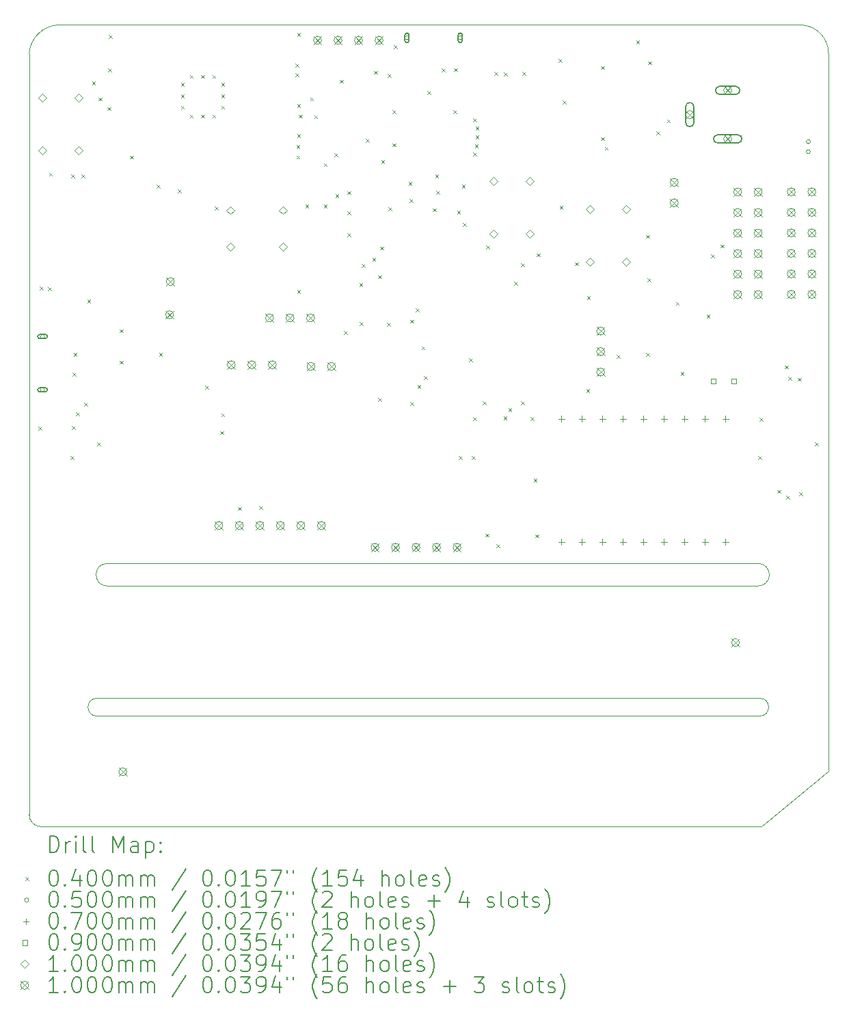
<source format=gbr>
%TF.GenerationSoftware,KiCad,Pcbnew,7.0.6*%
%TF.CreationDate,2023-11-01T15:52:36-07:00*%
%TF.ProjectId,Deliverable4_schematics,44656c69-7665-4726-9162-6c65345f7363,rev?*%
%TF.SameCoordinates,Original*%
%TF.FileFunction,Drillmap*%
%TF.FilePolarity,Positive*%
%FSLAX45Y45*%
G04 Gerber Fmt 4.5, Leading zero omitted, Abs format (unit mm)*
G04 Created by KiCad (PCBNEW 7.0.6) date 2023-11-01 15:52:36*
%MOMM*%
%LPD*%
G01*
G04 APERTURE LIST*
%ADD10C,0.100000*%
%ADD11C,0.200000*%
%ADD12C,0.040000*%
%ADD13C,0.050000*%
%ADD14C,0.070000*%
%ADD15C,0.090000*%
%ADD16C,0.099999*%
G04 APERTURE END LIST*
D10*
X26850000Y-7430000D02*
X17680000Y-7430000D01*
X27200000Y-16670000D02*
X27200000Y-13740000D01*
X18140000Y-15990000D02*
X26350000Y-15990000D01*
X26330000Y-14100000D02*
X18270000Y-14100000D01*
X27200000Y-7780000D02*
G75*
G03*
X26850000Y-7430000I-350000J0D01*
G01*
X17300000Y-15090000D02*
X17300000Y-16000000D01*
X17300000Y-17210000D02*
X17300000Y-16000000D01*
X18140000Y-15770000D02*
G75*
G03*
X18140000Y-15990000I0J-110000D01*
G01*
X26320025Y-14379644D02*
G75*
G03*
X26330000Y-14100000I9975J139644D01*
G01*
X27200000Y-16670000D02*
X26370000Y-17360000D01*
X17680000Y-7430000D02*
G75*
G03*
X17301119Y-7780855I0J-380000D01*
G01*
X27200000Y-13740000D02*
X27200000Y-7780000D01*
X26350000Y-15770000D02*
X18140000Y-15770000D01*
X17301119Y-7780855D02*
X17300000Y-13720000D01*
X17300000Y-15090000D02*
X17300000Y-13720000D01*
X18270000Y-14100000D02*
G75*
G03*
X18270000Y-14380000I0J-140000D01*
G01*
X17300000Y-17210000D02*
G75*
G03*
X17450000Y-17360000I150000J0D01*
G01*
X26350000Y-15990000D02*
G75*
G03*
X26350000Y-15770000I0J110000D01*
G01*
X26320000Y-14380000D02*
X18270000Y-14380000D01*
X26370000Y-17360000D02*
X17450000Y-17360000D01*
D11*
D12*
X17416250Y-12406250D02*
X17456250Y-12446250D01*
X17456250Y-12406250D02*
X17416250Y-12446250D01*
X17430000Y-10670000D02*
X17470000Y-10710000D01*
X17470000Y-10670000D02*
X17430000Y-10710000D01*
X17536000Y-10681000D02*
X17576000Y-10721000D01*
X17576000Y-10681000D02*
X17536000Y-10721000D01*
X17546000Y-9261000D02*
X17586000Y-9301000D01*
X17586000Y-9261000D02*
X17546000Y-9301000D01*
X17810000Y-12770000D02*
X17850000Y-12810000D01*
X17850000Y-12770000D02*
X17810000Y-12810000D01*
X17820000Y-9280000D02*
X17860000Y-9320000D01*
X17860000Y-9280000D02*
X17820000Y-9320000D01*
X17830000Y-12400000D02*
X17870000Y-12440000D01*
X17870000Y-12400000D02*
X17830000Y-12440000D01*
X17840000Y-11740000D02*
X17880000Y-11780000D01*
X17880000Y-11740000D02*
X17840000Y-11780000D01*
X17850000Y-11490000D02*
X17890000Y-11530000D01*
X17890000Y-11490000D02*
X17850000Y-11530000D01*
X17880000Y-12230000D02*
X17920000Y-12270000D01*
X17920000Y-12230000D02*
X17880000Y-12270000D01*
X17950000Y-9280000D02*
X17990000Y-9320000D01*
X17990000Y-9280000D02*
X17950000Y-9320000D01*
X17983318Y-12110636D02*
X18023318Y-12150636D01*
X18023318Y-12110636D02*
X17983318Y-12150636D01*
X18020000Y-10830000D02*
X18060000Y-10870000D01*
X18060000Y-10830000D02*
X18020000Y-10870000D01*
X18079510Y-8130000D02*
X18119510Y-8170000D01*
X18119510Y-8130000D02*
X18079510Y-8170000D01*
X18140000Y-12600000D02*
X18180000Y-12640000D01*
X18180000Y-12600000D02*
X18140000Y-12640000D01*
X18160000Y-8330000D02*
X18200000Y-8370000D01*
X18200000Y-8330000D02*
X18160000Y-8370000D01*
X18270000Y-8448950D02*
X18310000Y-8488950D01*
X18310000Y-8448950D02*
X18270000Y-8488950D01*
X18280000Y-7970000D02*
X18320000Y-8010000D01*
X18320000Y-7970000D02*
X18280000Y-8010000D01*
X18285000Y-7555000D02*
X18325000Y-7595000D01*
X18325000Y-7555000D02*
X18285000Y-7595000D01*
X18420000Y-11200000D02*
X18460000Y-11240000D01*
X18460000Y-11200000D02*
X18420000Y-11240000D01*
X18420000Y-11590000D02*
X18460000Y-11630000D01*
X18460000Y-11590000D02*
X18420000Y-11630000D01*
X18550000Y-9050000D02*
X18590000Y-9090000D01*
X18590000Y-9050000D02*
X18550000Y-9090000D01*
X18880000Y-9410000D02*
X18920000Y-9450000D01*
X18920000Y-9410000D02*
X18880000Y-9450000D01*
X18910000Y-11490000D02*
X18950000Y-11530000D01*
X18950000Y-11490000D02*
X18910000Y-11530000D01*
X19140000Y-9470000D02*
X19180000Y-9510000D01*
X19180000Y-9470000D02*
X19140000Y-9510000D01*
X19180000Y-8150000D02*
X19220000Y-8190000D01*
X19220000Y-8150000D02*
X19180000Y-8190000D01*
X19180000Y-8290000D02*
X19220000Y-8330000D01*
X19220000Y-8290000D02*
X19180000Y-8330000D01*
X19180000Y-8430000D02*
X19220000Y-8470000D01*
X19220000Y-8430000D02*
X19180000Y-8470000D01*
X19290000Y-8050000D02*
X19330000Y-8090000D01*
X19330000Y-8050000D02*
X19290000Y-8090000D01*
X19290000Y-8540000D02*
X19330000Y-8580000D01*
X19330000Y-8540000D02*
X19290000Y-8580000D01*
X19430000Y-8050000D02*
X19470000Y-8090000D01*
X19470000Y-8050000D02*
X19430000Y-8090000D01*
X19430000Y-8540000D02*
X19470000Y-8580000D01*
X19470000Y-8540000D02*
X19430000Y-8580000D01*
X19480000Y-11900000D02*
X19520000Y-11940000D01*
X19520000Y-11900000D02*
X19480000Y-11940000D01*
X19570000Y-8050000D02*
X19610000Y-8090000D01*
X19610000Y-8050000D02*
X19570000Y-8090000D01*
X19570000Y-8540000D02*
X19610000Y-8580000D01*
X19610000Y-8540000D02*
X19570000Y-8580000D01*
X19600000Y-9680000D02*
X19640000Y-9720000D01*
X19640000Y-9680000D02*
X19600000Y-9720000D01*
X19670000Y-12460000D02*
X19710000Y-12500000D01*
X19710000Y-12460000D02*
X19670000Y-12500000D01*
X19680000Y-8150000D02*
X19720000Y-8190000D01*
X19720000Y-8150000D02*
X19680000Y-8190000D01*
X19680000Y-8290000D02*
X19720000Y-8330000D01*
X19720000Y-8290000D02*
X19680000Y-8330000D01*
X19680000Y-8430000D02*
X19720000Y-8470000D01*
X19720000Y-8430000D02*
X19680000Y-8470000D01*
X19680000Y-12240000D02*
X19720000Y-12280000D01*
X19720000Y-12240000D02*
X19680000Y-12280000D01*
X19890000Y-13400000D02*
X19930000Y-13440000D01*
X19930000Y-13400000D02*
X19890000Y-13440000D01*
X20150000Y-13390000D02*
X20190000Y-13430000D01*
X20190000Y-13390000D02*
X20150000Y-13430000D01*
X20600000Y-7910000D02*
X20640000Y-7950000D01*
X20640000Y-7910000D02*
X20600000Y-7950000D01*
X20600000Y-8030000D02*
X20640000Y-8070000D01*
X20640000Y-8030000D02*
X20600000Y-8070000D01*
X20610000Y-8920000D02*
X20650000Y-8960000D01*
X20650000Y-8920000D02*
X20610000Y-8960000D01*
X20610000Y-9050000D02*
X20650000Y-9090000D01*
X20650000Y-9050000D02*
X20610000Y-9090000D01*
X20620000Y-7530000D02*
X20660000Y-7570000D01*
X20660000Y-7530000D02*
X20620000Y-7570000D01*
X20620000Y-8410000D02*
X20660000Y-8450000D01*
X20660000Y-8410000D02*
X20620000Y-8450000D01*
X20620000Y-8780000D02*
X20660000Y-8820000D01*
X20660000Y-8780000D02*
X20620000Y-8820000D01*
X20620000Y-10710000D02*
X20660000Y-10750000D01*
X20660000Y-10710000D02*
X20620000Y-10750000D01*
X20639950Y-8540000D02*
X20679950Y-8580000D01*
X20679950Y-8540000D02*
X20639950Y-8580000D01*
X20720000Y-9653750D02*
X20760000Y-9693750D01*
X20760000Y-9653750D02*
X20720000Y-9693750D01*
X20780000Y-8330000D02*
X20820000Y-8370000D01*
X20820000Y-8330000D02*
X20780000Y-8370000D01*
X20830000Y-8550000D02*
X20870000Y-8590000D01*
X20870000Y-8550000D02*
X20830000Y-8590000D01*
X20950000Y-9141046D02*
X20990000Y-9181046D01*
X20990000Y-9141046D02*
X20950000Y-9181046D01*
X20950000Y-9653750D02*
X20990000Y-9693750D01*
X20990000Y-9653750D02*
X20950000Y-9693750D01*
X21080000Y-9020000D02*
X21120000Y-9060000D01*
X21120000Y-9020000D02*
X21080000Y-9060000D01*
X21092950Y-9530000D02*
X21132950Y-9570000D01*
X21132950Y-9530000D02*
X21092950Y-9570000D01*
X21150000Y-8110000D02*
X21190000Y-8150000D01*
X21190000Y-8110000D02*
X21150000Y-8150000D01*
X21198550Y-11220000D02*
X21238550Y-11260000D01*
X21238550Y-11220000D02*
X21198550Y-11260000D01*
X21239950Y-9740000D02*
X21279950Y-9780000D01*
X21279950Y-9740000D02*
X21239950Y-9780000D01*
X21239950Y-10010000D02*
X21279950Y-10050000D01*
X21279950Y-10010000D02*
X21239950Y-10050000D01*
X21240000Y-9490000D02*
X21280000Y-9530000D01*
X21280000Y-9490000D02*
X21240000Y-9530000D01*
X21390000Y-10630000D02*
X21430000Y-10670000D01*
X21430000Y-10630000D02*
X21390000Y-10670000D01*
X21391450Y-11110000D02*
X21431450Y-11150000D01*
X21431450Y-11110000D02*
X21391450Y-11150000D01*
X21418800Y-10388800D02*
X21458800Y-10428800D01*
X21458800Y-10388800D02*
X21418800Y-10428800D01*
X21470000Y-8840000D02*
X21510000Y-8880000D01*
X21510000Y-8840000D02*
X21470000Y-8880000D01*
X21550000Y-10317350D02*
X21590000Y-10357350D01*
X21590000Y-10317350D02*
X21550000Y-10357350D01*
X21570000Y-8000000D02*
X21610000Y-8040000D01*
X21610000Y-8000000D02*
X21570000Y-8040000D01*
X21620000Y-10530000D02*
X21660000Y-10570000D01*
X21660000Y-10530000D02*
X21620000Y-10570000D01*
X21620000Y-12050000D02*
X21660000Y-12090000D01*
X21660000Y-12050000D02*
X21620000Y-12090000D01*
X21646437Y-10174400D02*
X21686437Y-10214400D01*
X21686437Y-10174400D02*
X21646437Y-10214400D01*
X21660000Y-9106000D02*
X21700000Y-9146000D01*
X21700000Y-9106000D02*
X21660000Y-9146000D01*
X21730000Y-11120000D02*
X21770000Y-11160000D01*
X21770000Y-11120000D02*
X21730000Y-11160000D01*
X21740000Y-8036000D02*
X21780000Y-8076000D01*
X21780000Y-8036000D02*
X21740000Y-8076000D01*
X21750000Y-9690000D02*
X21790000Y-9730000D01*
X21790000Y-9690000D02*
X21750000Y-9730000D01*
X21800000Y-8486000D02*
X21840000Y-8526000D01*
X21840000Y-8486000D02*
X21800000Y-8526000D01*
X21800000Y-8896000D02*
X21840000Y-8936000D01*
X21840000Y-8896000D02*
X21800000Y-8936000D01*
X21820000Y-7680000D02*
X21860000Y-7720000D01*
X21860000Y-7680000D02*
X21820000Y-7720000D01*
X22000000Y-9375000D02*
X22040000Y-9415000D01*
X22040000Y-9375000D02*
X22000000Y-9415000D01*
X22010000Y-9586250D02*
X22050000Y-9626250D01*
X22050000Y-9586250D02*
X22010000Y-9626250D01*
X22020000Y-11080000D02*
X22060000Y-11120000D01*
X22060000Y-11080000D02*
X22020000Y-11120000D01*
X22020000Y-12100000D02*
X22060000Y-12140000D01*
X22060000Y-12100000D02*
X22020000Y-12140000D01*
X22090000Y-10940000D02*
X22130000Y-10980000D01*
X22130000Y-10940000D02*
X22090000Y-10980000D01*
X22110000Y-11890000D02*
X22150000Y-11930000D01*
X22150000Y-11890000D02*
X22110000Y-11930000D01*
X22160000Y-11410000D02*
X22200000Y-11450000D01*
X22200000Y-11410000D02*
X22160000Y-11450000D01*
X22190000Y-11780000D02*
X22230000Y-11820000D01*
X22230000Y-11780000D02*
X22190000Y-11820000D01*
X22230000Y-8246000D02*
X22270000Y-8286000D01*
X22270000Y-8246000D02*
X22230000Y-8286000D01*
X22300000Y-9700000D02*
X22340000Y-9740000D01*
X22340000Y-9700000D02*
X22300000Y-9740000D01*
X22330000Y-9280000D02*
X22370000Y-9320000D01*
X22370000Y-9280000D02*
X22330000Y-9320000D01*
X22340000Y-9483750D02*
X22380000Y-9523750D01*
X22380000Y-9483750D02*
X22340000Y-9523750D01*
X22410000Y-7970000D02*
X22450000Y-8010000D01*
X22450000Y-7970000D02*
X22410000Y-8010000D01*
X22555395Y-8485395D02*
X22595395Y-8525395D01*
X22595395Y-8485395D02*
X22555395Y-8525395D01*
X22560000Y-7966000D02*
X22600000Y-8006000D01*
X22600000Y-7966000D02*
X22560000Y-8006000D01*
X22600000Y-9730000D02*
X22640000Y-9770000D01*
X22640000Y-9730000D02*
X22600000Y-9770000D01*
X22620000Y-12770000D02*
X22660000Y-12810000D01*
X22660000Y-12770000D02*
X22620000Y-12810000D01*
X22660000Y-9410000D02*
X22700000Y-9450000D01*
X22700000Y-9410000D02*
X22660000Y-9450000D01*
X22671450Y-9880000D02*
X22711450Y-9920000D01*
X22711450Y-9880000D02*
X22671450Y-9920000D01*
X22750000Y-11560000D02*
X22790000Y-11600000D01*
X22790000Y-11560000D02*
X22750000Y-11600000D01*
X22780000Y-12770000D02*
X22820000Y-12810000D01*
X22820000Y-12770000D02*
X22780000Y-12810000D01*
X22800000Y-8590000D02*
X22840000Y-8630000D01*
X22840000Y-8590000D02*
X22800000Y-8630000D01*
X22800000Y-9010000D02*
X22840000Y-9050000D01*
X22840000Y-9010000D02*
X22800000Y-9050000D01*
X22800000Y-12290000D02*
X22840000Y-12330000D01*
X22840000Y-12290000D02*
X22800000Y-12330000D01*
X22820000Y-8910000D02*
X22860000Y-8950000D01*
X22860000Y-8910000D02*
X22820000Y-8950000D01*
X22829158Y-8691888D02*
X22869158Y-8731888D01*
X22869158Y-8691888D02*
X22829158Y-8731888D01*
X22829477Y-8800523D02*
X22869477Y-8840523D01*
X22869477Y-8800523D02*
X22829477Y-8840523D01*
X22920000Y-12090000D02*
X22960000Y-12130000D01*
X22960000Y-12090000D02*
X22920000Y-12130000D01*
X22950000Y-13730000D02*
X22990000Y-13770000D01*
X22990000Y-13730000D02*
X22950000Y-13770000D01*
X22960000Y-10160000D02*
X23000000Y-10200000D01*
X23000000Y-10160000D02*
X22960000Y-10200000D01*
X23060000Y-8010000D02*
X23100000Y-8050000D01*
X23100000Y-8010000D02*
X23060000Y-8050000D01*
X23090000Y-13860000D02*
X23130000Y-13900000D01*
X23130000Y-13860000D02*
X23090000Y-13900000D01*
X23177501Y-12280000D02*
X23217501Y-12320000D01*
X23217501Y-12280000D02*
X23177501Y-12320000D01*
X23180000Y-8020000D02*
X23220000Y-8060000D01*
X23220000Y-8020000D02*
X23180000Y-8060000D01*
X23236048Y-12180000D02*
X23276048Y-12220000D01*
X23276048Y-12180000D02*
X23236048Y-12220000D01*
X23310008Y-10609992D02*
X23350008Y-10649992D01*
X23350008Y-10609992D02*
X23310008Y-10649992D01*
X23390000Y-10380000D02*
X23430000Y-10420000D01*
X23430000Y-10380000D02*
X23390000Y-10420000D01*
X23390000Y-12091450D02*
X23430000Y-12131450D01*
X23430000Y-12091450D02*
X23390000Y-12131450D01*
X23410000Y-8010000D02*
X23450000Y-8050000D01*
X23450000Y-8010000D02*
X23410000Y-8050000D01*
X23510000Y-12290000D02*
X23550000Y-12330000D01*
X23550000Y-12290000D02*
X23510000Y-12330000D01*
X23550000Y-13050000D02*
X23590000Y-13090000D01*
X23590000Y-13050000D02*
X23550000Y-13090000D01*
X23570000Y-13740000D02*
X23610000Y-13780000D01*
X23610000Y-13740000D02*
X23570000Y-13780000D01*
X23586250Y-10260000D02*
X23626250Y-10300000D01*
X23626250Y-10260000D02*
X23586250Y-10300000D01*
X23860000Y-7850000D02*
X23900000Y-7890000D01*
X23900000Y-7850000D02*
X23860000Y-7890000D01*
X23870000Y-9670000D02*
X23910000Y-9710000D01*
X23910000Y-9670000D02*
X23870000Y-9710000D01*
X23910000Y-8370000D02*
X23950000Y-8410000D01*
X23950000Y-8370000D02*
X23910000Y-8410000D01*
X24060000Y-10370000D02*
X24100000Y-10410000D01*
X24100000Y-10370000D02*
X24060000Y-10410000D01*
X24200000Y-11940000D02*
X24240000Y-11980000D01*
X24240000Y-11940000D02*
X24200000Y-11980000D01*
X24210000Y-10790000D02*
X24250000Y-10830000D01*
X24250000Y-10790000D02*
X24210000Y-10830000D01*
X24380000Y-7940000D02*
X24420000Y-7980000D01*
X24420000Y-7940000D02*
X24380000Y-7980000D01*
X24380000Y-8820000D02*
X24420000Y-8860000D01*
X24420000Y-8820000D02*
X24380000Y-8860000D01*
X24430000Y-8940000D02*
X24470000Y-8980000D01*
X24470000Y-8940000D02*
X24430000Y-8980000D01*
X24580000Y-11520000D02*
X24620000Y-11560000D01*
X24620000Y-11520000D02*
X24580000Y-11560000D01*
X24820000Y-7620000D02*
X24860000Y-7660000D01*
X24860000Y-7620000D02*
X24820000Y-7660000D01*
X24940000Y-10030000D02*
X24980000Y-10070000D01*
X24980000Y-10030000D02*
X24940000Y-10070000D01*
X24940000Y-11490000D02*
X24980000Y-11530000D01*
X24980000Y-11490000D02*
X24940000Y-11530000D01*
X24960000Y-10570000D02*
X25000000Y-10610000D01*
X25000000Y-10570000D02*
X24960000Y-10610000D01*
X24970000Y-7880000D02*
X25010000Y-7920000D01*
X25010000Y-7880000D02*
X24970000Y-7920000D01*
X25070000Y-8750000D02*
X25110000Y-8790000D01*
X25110000Y-8750000D02*
X25070000Y-8790000D01*
X25200000Y-8600000D02*
X25240000Y-8640000D01*
X25240000Y-8600000D02*
X25200000Y-8640000D01*
X25310000Y-10860000D02*
X25350000Y-10900000D01*
X25350000Y-10860000D02*
X25310000Y-10900000D01*
X25370000Y-11730000D02*
X25410000Y-11770000D01*
X25410000Y-11730000D02*
X25370000Y-11770000D01*
X25690000Y-11020000D02*
X25730000Y-11060000D01*
X25730000Y-11020000D02*
X25690000Y-11060000D01*
X25745000Y-10270000D02*
X25785000Y-10310000D01*
X25785000Y-10270000D02*
X25745000Y-10310000D01*
X25865000Y-10150000D02*
X25905000Y-10190000D01*
X25905000Y-10150000D02*
X25865000Y-10190000D01*
X26330000Y-12770000D02*
X26370000Y-12810000D01*
X26370000Y-12770000D02*
X26330000Y-12810000D01*
X26345523Y-12294477D02*
X26385523Y-12334477D01*
X26385523Y-12294477D02*
X26345523Y-12334477D01*
X26570000Y-13190000D02*
X26610000Y-13230000D01*
X26610000Y-13190000D02*
X26570000Y-13230000D01*
X26660000Y-11647050D02*
X26700000Y-11687050D01*
X26700000Y-11647050D02*
X26660000Y-11687050D01*
X26680000Y-13260000D02*
X26720000Y-13300000D01*
X26720000Y-13260000D02*
X26680000Y-13300000D01*
X26700000Y-11790000D02*
X26740000Y-11830000D01*
X26740000Y-11790000D02*
X26700000Y-11830000D01*
X26820000Y-11800000D02*
X26860000Y-11840000D01*
X26860000Y-11800000D02*
X26820000Y-11840000D01*
X26839477Y-13219477D02*
X26879477Y-13259477D01*
X26879477Y-13219477D02*
X26839477Y-13259477D01*
X27030000Y-12600000D02*
X27070000Y-12640000D01*
X27070000Y-12600000D02*
X27030000Y-12640000D01*
D13*
X17491250Y-11290000D02*
G75*
G03*
X17491250Y-11290000I-25000J0D01*
G01*
D11*
X17501250Y-11265000D02*
X17431250Y-11265000D01*
X17431250Y-11265000D02*
G75*
G03*
X17431250Y-11315000I0J-25000D01*
G01*
X17431250Y-11315000D02*
X17501250Y-11315000D01*
X17501250Y-11315000D02*
G75*
G03*
X17501250Y-11265000I0J25000D01*
G01*
D13*
X17491250Y-11950000D02*
G75*
G03*
X17491250Y-11950000I-25000J0D01*
G01*
D11*
X17501250Y-11925000D02*
X17431250Y-11925000D01*
X17431250Y-11925000D02*
G75*
G03*
X17431250Y-11975000I0J-25000D01*
G01*
X17431250Y-11975000D02*
X17501250Y-11975000D01*
X17501250Y-11975000D02*
G75*
G03*
X17501250Y-11925000I0J25000D01*
G01*
D13*
X22005000Y-7590000D02*
G75*
G03*
X22005000Y-7590000I-25000J0D01*
G01*
D11*
X22005000Y-7625000D02*
X22005000Y-7555000D01*
X22005000Y-7555000D02*
G75*
G03*
X21955000Y-7555000I-25000J0D01*
G01*
X21955000Y-7555000D02*
X21955000Y-7625000D01*
X21955000Y-7625000D02*
G75*
G03*
X22005000Y-7625000I25000J0D01*
G01*
D13*
X22665000Y-7590000D02*
G75*
G03*
X22665000Y-7590000I-25000J0D01*
G01*
D11*
X22665000Y-7625000D02*
X22665000Y-7555000D01*
X22665000Y-7555000D02*
G75*
G03*
X22615000Y-7555000I-25000J0D01*
G01*
X22615000Y-7555000D02*
X22615000Y-7625000D01*
X22615000Y-7625000D02*
G75*
G03*
X22665000Y-7625000I25000J0D01*
G01*
D13*
X26977500Y-8876250D02*
G75*
G03*
X26977500Y-8876250I-25000J0D01*
G01*
X26977500Y-9001250D02*
G75*
G03*
X26977500Y-9001250I-25000J0D01*
G01*
D14*
X23894000Y-12273000D02*
X23894000Y-12343000D01*
X23859000Y-12308000D02*
X23929000Y-12308000D01*
X23894000Y-13797000D02*
X23894000Y-13867000D01*
X23859000Y-13832000D02*
X23929000Y-13832000D01*
X24148000Y-12273000D02*
X24148000Y-12343000D01*
X24113000Y-12308000D02*
X24183000Y-12308000D01*
X24148000Y-13797000D02*
X24148000Y-13867000D01*
X24113000Y-13832000D02*
X24183000Y-13832000D01*
X24402000Y-12273000D02*
X24402000Y-12343000D01*
X24367000Y-12308000D02*
X24437000Y-12308000D01*
X24402000Y-13797000D02*
X24402000Y-13867000D01*
X24367000Y-13832000D02*
X24437000Y-13832000D01*
X24656000Y-12273000D02*
X24656000Y-12343000D01*
X24621000Y-12308000D02*
X24691000Y-12308000D01*
X24656000Y-13797000D02*
X24656000Y-13867000D01*
X24621000Y-13832000D02*
X24691000Y-13832000D01*
X24910000Y-12273000D02*
X24910000Y-12343000D01*
X24875000Y-12308000D02*
X24945000Y-12308000D01*
X24910000Y-13797000D02*
X24910000Y-13867000D01*
X24875000Y-13832000D02*
X24945000Y-13832000D01*
X25164000Y-12273000D02*
X25164000Y-12343000D01*
X25129000Y-12308000D02*
X25199000Y-12308000D01*
X25164000Y-13797000D02*
X25164000Y-13867000D01*
X25129000Y-13832000D02*
X25199000Y-13832000D01*
X25418000Y-12273000D02*
X25418000Y-12343000D01*
X25383000Y-12308000D02*
X25453000Y-12308000D01*
X25418000Y-13797000D02*
X25418000Y-13867000D01*
X25383000Y-13832000D02*
X25453000Y-13832000D01*
X25672000Y-12273000D02*
X25672000Y-12343000D01*
X25637000Y-12308000D02*
X25707000Y-12308000D01*
X25672000Y-13797000D02*
X25672000Y-13867000D01*
X25637000Y-13832000D02*
X25707000Y-13832000D01*
X25926000Y-12273000D02*
X25926000Y-12343000D01*
X25891000Y-12308000D02*
X25961000Y-12308000D01*
X25926000Y-13797000D02*
X25926000Y-13867000D01*
X25891000Y-13832000D02*
X25961000Y-13832000D01*
D15*
X25807820Y-11871820D02*
X25807820Y-11808180D01*
X25744180Y-11808180D01*
X25744180Y-11871820D01*
X25807820Y-11871820D01*
X26061820Y-11871820D02*
X26061820Y-11808180D01*
X25998180Y-11808180D01*
X25998180Y-11871820D01*
X26061820Y-11871820D01*
D16*
X17464510Y-8385000D02*
X17514510Y-8335000D01*
X17464510Y-8285000D01*
X17414510Y-8335000D01*
X17464510Y-8385000D01*
X17464510Y-9035000D02*
X17514510Y-8985000D01*
X17464510Y-8935000D01*
X17414510Y-8985000D01*
X17464510Y-9035000D01*
X17914510Y-8385000D02*
X17964510Y-8335000D01*
X17914510Y-8285000D01*
X17864510Y-8335000D01*
X17914510Y-8385000D01*
X17914510Y-9035000D02*
X17964510Y-8985000D01*
X17914510Y-8935000D01*
X17864510Y-8985000D01*
X17914510Y-9035000D01*
X19795000Y-9775490D02*
X19845000Y-9725490D01*
X19795000Y-9675490D01*
X19745000Y-9725490D01*
X19795000Y-9775490D01*
X19795000Y-10225490D02*
X19845000Y-10175490D01*
X19795000Y-10125490D01*
X19745000Y-10175490D01*
X19795000Y-10225490D01*
X20445000Y-9775490D02*
X20495000Y-9725490D01*
X20445000Y-9675490D01*
X20395000Y-9725490D01*
X20445000Y-9775490D01*
X20445000Y-10225490D02*
X20495000Y-10175490D01*
X20445000Y-10125490D01*
X20395000Y-10175490D01*
X20445000Y-10225490D01*
X23054510Y-9415000D02*
X23104510Y-9365000D01*
X23054510Y-9315000D01*
X23004510Y-9365000D01*
X23054510Y-9415000D01*
X23054510Y-10065000D02*
X23104510Y-10015000D01*
X23054510Y-9965000D01*
X23004510Y-10015000D01*
X23054510Y-10065000D01*
X23504510Y-9415000D02*
X23554510Y-9365000D01*
X23504510Y-9315000D01*
X23454510Y-9365000D01*
X23504510Y-9415000D01*
X23504510Y-10065000D02*
X23554510Y-10015000D01*
X23504510Y-9965000D01*
X23454510Y-10015000D01*
X23504510Y-10065000D01*
X24244510Y-9765000D02*
X24294510Y-9715000D01*
X24244510Y-9665000D01*
X24194510Y-9715000D01*
X24244510Y-9765000D01*
X24244510Y-10415000D02*
X24294510Y-10365000D01*
X24244510Y-10315000D01*
X24194510Y-10365000D01*
X24244510Y-10415000D01*
X24694510Y-9765000D02*
X24744510Y-9715000D01*
X24694510Y-9665000D01*
X24644510Y-9715000D01*
X24694510Y-9765000D01*
X24694510Y-10415000D02*
X24744510Y-10365000D01*
X24694510Y-10315000D01*
X24644510Y-10365000D01*
X24694510Y-10415000D01*
D10*
X18410900Y-16630000D02*
X18510900Y-16730000D01*
X18510900Y-16630000D02*
X18410900Y-16730000D01*
X18510900Y-16680000D02*
G75*
G03*
X18510900Y-16680000I-50000J0D01*
G01*
X18990000Y-10970000D02*
X19090000Y-11070000D01*
X19090000Y-10970000D02*
X18990000Y-11070000D01*
X19090000Y-11020000D02*
G75*
G03*
X19090000Y-11020000I-50000J0D01*
G01*
X19000000Y-10560000D02*
X19100000Y-10660000D01*
X19100000Y-10560000D02*
X19000000Y-10660000D01*
X19100000Y-10610000D02*
G75*
G03*
X19100000Y-10610000I-50000J0D01*
G01*
X19600000Y-13580000D02*
X19700000Y-13680000D01*
X19700000Y-13580000D02*
X19600000Y-13680000D01*
X19700000Y-13630000D02*
G75*
G03*
X19700000Y-13630000I-50000J0D01*
G01*
X19754500Y-11590000D02*
X19854500Y-11690000D01*
X19854500Y-11590000D02*
X19754500Y-11690000D01*
X19854500Y-11640000D02*
G75*
G03*
X19854500Y-11640000I-50000J0D01*
G01*
X19854000Y-13580000D02*
X19954000Y-13680000D01*
X19954000Y-13580000D02*
X19854000Y-13680000D01*
X19954000Y-13630000D02*
G75*
G03*
X19954000Y-13630000I-50000J0D01*
G01*
X20008500Y-11590000D02*
X20108500Y-11690000D01*
X20108500Y-11590000D02*
X20008500Y-11690000D01*
X20108500Y-11640000D02*
G75*
G03*
X20108500Y-11640000I-50000J0D01*
G01*
X20108000Y-13580000D02*
X20208000Y-13680000D01*
X20208000Y-13580000D02*
X20108000Y-13680000D01*
X20208000Y-13630000D02*
G75*
G03*
X20208000Y-13630000I-50000J0D01*
G01*
X20227500Y-11010000D02*
X20327500Y-11110000D01*
X20327500Y-11010000D02*
X20227500Y-11110000D01*
X20327500Y-11060000D02*
G75*
G03*
X20327500Y-11060000I-50000J0D01*
G01*
X20262500Y-11590000D02*
X20362500Y-11690000D01*
X20362500Y-11590000D02*
X20262500Y-11690000D01*
X20362500Y-11640000D02*
G75*
G03*
X20362500Y-11640000I-50000J0D01*
G01*
X20362000Y-13580000D02*
X20462000Y-13680000D01*
X20462000Y-13580000D02*
X20362000Y-13680000D01*
X20462000Y-13630000D02*
G75*
G03*
X20462000Y-13630000I-50000J0D01*
G01*
X20481500Y-11010000D02*
X20581500Y-11110000D01*
X20581500Y-11010000D02*
X20481500Y-11110000D01*
X20581500Y-11060000D02*
G75*
G03*
X20581500Y-11060000I-50000J0D01*
G01*
X20616000Y-13580000D02*
X20716000Y-13680000D01*
X20716000Y-13580000D02*
X20616000Y-13680000D01*
X20716000Y-13630000D02*
G75*
G03*
X20716000Y-13630000I-50000J0D01*
G01*
X20735500Y-11010000D02*
X20835500Y-11110000D01*
X20835500Y-11010000D02*
X20735500Y-11110000D01*
X20835500Y-11060000D02*
G75*
G03*
X20835500Y-11060000I-50000J0D01*
G01*
X20740000Y-11610000D02*
X20840000Y-11710000D01*
X20840000Y-11610000D02*
X20740000Y-11710000D01*
X20840000Y-11660000D02*
G75*
G03*
X20840000Y-11660000I-50000J0D01*
G01*
X20822000Y-7570000D02*
X20922000Y-7670000D01*
X20922000Y-7570000D02*
X20822000Y-7670000D01*
X20922000Y-7620000D02*
G75*
G03*
X20922000Y-7620000I-50000J0D01*
G01*
X20870000Y-13580000D02*
X20970000Y-13680000D01*
X20970000Y-13580000D02*
X20870000Y-13680000D01*
X20970000Y-13630000D02*
G75*
G03*
X20970000Y-13630000I-50000J0D01*
G01*
X20994000Y-11610000D02*
X21094000Y-11710000D01*
X21094000Y-11610000D02*
X20994000Y-11710000D01*
X21094000Y-11660000D02*
G75*
G03*
X21094000Y-11660000I-50000J0D01*
G01*
X21076000Y-7570000D02*
X21176000Y-7670000D01*
X21176000Y-7570000D02*
X21076000Y-7670000D01*
X21176000Y-7620000D02*
G75*
G03*
X21176000Y-7620000I-50000J0D01*
G01*
X21330000Y-7570000D02*
X21430000Y-7670000D01*
X21430000Y-7570000D02*
X21330000Y-7670000D01*
X21430000Y-7620000D02*
G75*
G03*
X21430000Y-7620000I-50000J0D01*
G01*
X21534000Y-13850000D02*
X21634000Y-13950000D01*
X21634000Y-13850000D02*
X21534000Y-13950000D01*
X21634000Y-13900000D02*
G75*
G03*
X21634000Y-13900000I-50000J0D01*
G01*
X21584000Y-7570000D02*
X21684000Y-7670000D01*
X21684000Y-7570000D02*
X21584000Y-7670000D01*
X21684000Y-7620000D02*
G75*
G03*
X21684000Y-7620000I-50000J0D01*
G01*
X21788000Y-13850000D02*
X21888000Y-13950000D01*
X21888000Y-13850000D02*
X21788000Y-13950000D01*
X21888000Y-13900000D02*
G75*
G03*
X21888000Y-13900000I-50000J0D01*
G01*
X22042000Y-13850000D02*
X22142000Y-13950000D01*
X22142000Y-13850000D02*
X22042000Y-13950000D01*
X22142000Y-13900000D02*
G75*
G03*
X22142000Y-13900000I-50000J0D01*
G01*
X22296000Y-13850000D02*
X22396000Y-13950000D01*
X22396000Y-13850000D02*
X22296000Y-13950000D01*
X22396000Y-13900000D02*
G75*
G03*
X22396000Y-13900000I-50000J0D01*
G01*
X22550000Y-13850000D02*
X22650000Y-13950000D01*
X22650000Y-13850000D02*
X22550000Y-13950000D01*
X22650000Y-13900000D02*
G75*
G03*
X22650000Y-13900000I-50000J0D01*
G01*
X24330000Y-11172000D02*
X24430000Y-11272000D01*
X24430000Y-11172000D02*
X24330000Y-11272000D01*
X24430000Y-11222000D02*
G75*
G03*
X24430000Y-11222000I-50000J0D01*
G01*
X24330000Y-11426000D02*
X24430000Y-11526000D01*
X24430000Y-11426000D02*
X24330000Y-11526000D01*
X24430000Y-11476000D02*
G75*
G03*
X24430000Y-11476000I-50000J0D01*
G01*
X24330000Y-11680000D02*
X24430000Y-11780000D01*
X24430000Y-11680000D02*
X24330000Y-11780000D01*
X24430000Y-11730000D02*
G75*
G03*
X24430000Y-11730000I-50000J0D01*
G01*
X25240000Y-9330000D02*
X25340000Y-9430000D01*
X25340000Y-9330000D02*
X25240000Y-9430000D01*
X25340000Y-9380000D02*
G75*
G03*
X25340000Y-9380000I-50000J0D01*
G01*
X25240000Y-9584000D02*
X25340000Y-9684000D01*
X25340000Y-9584000D02*
X25240000Y-9684000D01*
X25340000Y-9634000D02*
G75*
G03*
X25340000Y-9634000I-50000J0D01*
G01*
X25432619Y-8491250D02*
X25532619Y-8591250D01*
X25532619Y-8491250D02*
X25432619Y-8591250D01*
X25532619Y-8541250D02*
G75*
G03*
X25532619Y-8541250I-50000J0D01*
G01*
D11*
X25532619Y-8641250D02*
X25532619Y-8441250D01*
X25532619Y-8441250D02*
G75*
G03*
X25432619Y-8441250I-50000J0D01*
G01*
X25432619Y-8441250D02*
X25432619Y-8641250D01*
X25432619Y-8641250D02*
G75*
G03*
X25532619Y-8641250I50000J0D01*
G01*
D10*
X25902619Y-8191250D02*
X26002619Y-8291250D01*
X26002619Y-8191250D02*
X25902619Y-8291250D01*
X26002619Y-8241250D02*
G75*
G03*
X26002619Y-8241250I-50000J0D01*
G01*
D11*
X25852619Y-8291250D02*
X26052619Y-8291250D01*
X26052619Y-8291250D02*
G75*
G03*
X26052619Y-8191250I0J50000D01*
G01*
X26052619Y-8191250D02*
X25852619Y-8191250D01*
X25852619Y-8191250D02*
G75*
G03*
X25852619Y-8291250I0J-50000D01*
G01*
D10*
X25902619Y-8791250D02*
X26002619Y-8891250D01*
X26002619Y-8791250D02*
X25902619Y-8891250D01*
X26002619Y-8841250D02*
G75*
G03*
X26002619Y-8841250I-50000J0D01*
G01*
D11*
X25827619Y-8891250D02*
X26077619Y-8891250D01*
X26077619Y-8891250D02*
G75*
G03*
X26077619Y-8791250I0J50000D01*
G01*
X26077619Y-8791250D02*
X25827619Y-8791250D01*
X25827619Y-8791250D02*
G75*
G03*
X25827619Y-8891250I0J-50000D01*
G01*
D10*
X25999100Y-15030000D02*
X26099100Y-15130000D01*
X26099100Y-15030000D02*
X25999100Y-15130000D01*
X26099100Y-15080000D02*
G75*
G03*
X26099100Y-15080000I-50000J0D01*
G01*
X26026000Y-9450000D02*
X26126000Y-9550000D01*
X26126000Y-9450000D02*
X26026000Y-9550000D01*
X26126000Y-9500000D02*
G75*
G03*
X26126000Y-9500000I-50000J0D01*
G01*
X26026000Y-9704000D02*
X26126000Y-9804000D01*
X26126000Y-9704000D02*
X26026000Y-9804000D01*
X26126000Y-9754000D02*
G75*
G03*
X26126000Y-9754000I-50000J0D01*
G01*
X26026000Y-9958000D02*
X26126000Y-10058000D01*
X26126000Y-9958000D02*
X26026000Y-10058000D01*
X26126000Y-10008000D02*
G75*
G03*
X26126000Y-10008000I-50000J0D01*
G01*
X26026000Y-10212000D02*
X26126000Y-10312000D01*
X26126000Y-10212000D02*
X26026000Y-10312000D01*
X26126000Y-10262000D02*
G75*
G03*
X26126000Y-10262000I-50000J0D01*
G01*
X26026000Y-10466000D02*
X26126000Y-10566000D01*
X26126000Y-10466000D02*
X26026000Y-10566000D01*
X26126000Y-10516000D02*
G75*
G03*
X26126000Y-10516000I-50000J0D01*
G01*
X26026000Y-10720000D02*
X26126000Y-10820000D01*
X26126000Y-10720000D02*
X26026000Y-10820000D01*
X26126000Y-10770000D02*
G75*
G03*
X26126000Y-10770000I-50000J0D01*
G01*
X26280000Y-9450000D02*
X26380000Y-9550000D01*
X26380000Y-9450000D02*
X26280000Y-9550000D01*
X26380000Y-9500000D02*
G75*
G03*
X26380000Y-9500000I-50000J0D01*
G01*
X26280000Y-9704000D02*
X26380000Y-9804000D01*
X26380000Y-9704000D02*
X26280000Y-9804000D01*
X26380000Y-9754000D02*
G75*
G03*
X26380000Y-9754000I-50000J0D01*
G01*
X26280000Y-9958000D02*
X26380000Y-10058000D01*
X26380000Y-9958000D02*
X26280000Y-10058000D01*
X26380000Y-10008000D02*
G75*
G03*
X26380000Y-10008000I-50000J0D01*
G01*
X26280000Y-10212000D02*
X26380000Y-10312000D01*
X26380000Y-10212000D02*
X26280000Y-10312000D01*
X26380000Y-10262000D02*
G75*
G03*
X26380000Y-10262000I-50000J0D01*
G01*
X26280000Y-10466000D02*
X26380000Y-10566000D01*
X26380000Y-10466000D02*
X26280000Y-10566000D01*
X26380000Y-10516000D02*
G75*
G03*
X26380000Y-10516000I-50000J0D01*
G01*
X26280000Y-10720000D02*
X26380000Y-10820000D01*
X26380000Y-10720000D02*
X26280000Y-10820000D01*
X26380000Y-10770000D02*
G75*
G03*
X26380000Y-10770000I-50000J0D01*
G01*
X26690000Y-9447000D02*
X26790000Y-9547000D01*
X26790000Y-9447000D02*
X26690000Y-9547000D01*
X26790000Y-9497000D02*
G75*
G03*
X26790000Y-9497000I-50000J0D01*
G01*
X26690000Y-9701000D02*
X26790000Y-9801000D01*
X26790000Y-9701000D02*
X26690000Y-9801000D01*
X26790000Y-9751000D02*
G75*
G03*
X26790000Y-9751000I-50000J0D01*
G01*
X26690000Y-9955000D02*
X26790000Y-10055000D01*
X26790000Y-9955000D02*
X26690000Y-10055000D01*
X26790000Y-10005000D02*
G75*
G03*
X26790000Y-10005000I-50000J0D01*
G01*
X26690000Y-10209000D02*
X26790000Y-10309000D01*
X26790000Y-10209000D02*
X26690000Y-10309000D01*
X26790000Y-10259000D02*
G75*
G03*
X26790000Y-10259000I-50000J0D01*
G01*
X26690000Y-10463000D02*
X26790000Y-10563000D01*
X26790000Y-10463000D02*
X26690000Y-10563000D01*
X26790000Y-10513000D02*
G75*
G03*
X26790000Y-10513000I-50000J0D01*
G01*
X26690000Y-10717000D02*
X26790000Y-10817000D01*
X26790000Y-10717000D02*
X26690000Y-10817000D01*
X26790000Y-10767000D02*
G75*
G03*
X26790000Y-10767000I-50000J0D01*
G01*
X26944000Y-9447000D02*
X27044000Y-9547000D01*
X27044000Y-9447000D02*
X26944000Y-9547000D01*
X27044000Y-9497000D02*
G75*
G03*
X27044000Y-9497000I-50000J0D01*
G01*
X26944000Y-9701000D02*
X27044000Y-9801000D01*
X27044000Y-9701000D02*
X26944000Y-9801000D01*
X27044000Y-9751000D02*
G75*
G03*
X27044000Y-9751000I-50000J0D01*
G01*
X26944000Y-9955000D02*
X27044000Y-10055000D01*
X27044000Y-9955000D02*
X26944000Y-10055000D01*
X27044000Y-10005000D02*
G75*
G03*
X27044000Y-10005000I-50000J0D01*
G01*
X26944000Y-10209000D02*
X27044000Y-10309000D01*
X27044000Y-10209000D02*
X26944000Y-10309000D01*
X27044000Y-10259000D02*
G75*
G03*
X27044000Y-10259000I-50000J0D01*
G01*
X26944000Y-10463000D02*
X27044000Y-10563000D01*
X27044000Y-10463000D02*
X26944000Y-10563000D01*
X27044000Y-10513000D02*
G75*
G03*
X27044000Y-10513000I-50000J0D01*
G01*
X26944000Y-10717000D02*
X27044000Y-10817000D01*
X27044000Y-10717000D02*
X26944000Y-10817000D01*
X27044000Y-10767000D02*
G75*
G03*
X27044000Y-10767000I-50000J0D01*
G01*
D11*
X17555777Y-17676484D02*
X17555777Y-17476484D01*
X17555777Y-17476484D02*
X17603396Y-17476484D01*
X17603396Y-17476484D02*
X17631967Y-17486008D01*
X17631967Y-17486008D02*
X17651015Y-17505055D01*
X17651015Y-17505055D02*
X17660539Y-17524103D01*
X17660539Y-17524103D02*
X17670063Y-17562198D01*
X17670063Y-17562198D02*
X17670063Y-17590770D01*
X17670063Y-17590770D02*
X17660539Y-17628865D01*
X17660539Y-17628865D02*
X17651015Y-17647912D01*
X17651015Y-17647912D02*
X17631967Y-17666960D01*
X17631967Y-17666960D02*
X17603396Y-17676484D01*
X17603396Y-17676484D02*
X17555777Y-17676484D01*
X17755777Y-17676484D02*
X17755777Y-17543150D01*
X17755777Y-17581246D02*
X17765301Y-17562198D01*
X17765301Y-17562198D02*
X17774824Y-17552674D01*
X17774824Y-17552674D02*
X17793872Y-17543150D01*
X17793872Y-17543150D02*
X17812920Y-17543150D01*
X17879586Y-17676484D02*
X17879586Y-17543150D01*
X17879586Y-17476484D02*
X17870063Y-17486008D01*
X17870063Y-17486008D02*
X17879586Y-17495531D01*
X17879586Y-17495531D02*
X17889110Y-17486008D01*
X17889110Y-17486008D02*
X17879586Y-17476484D01*
X17879586Y-17476484D02*
X17879586Y-17495531D01*
X18003396Y-17676484D02*
X17984348Y-17666960D01*
X17984348Y-17666960D02*
X17974824Y-17647912D01*
X17974824Y-17647912D02*
X17974824Y-17476484D01*
X18108158Y-17676484D02*
X18089110Y-17666960D01*
X18089110Y-17666960D02*
X18079586Y-17647912D01*
X18079586Y-17647912D02*
X18079586Y-17476484D01*
X18336729Y-17676484D02*
X18336729Y-17476484D01*
X18336729Y-17476484D02*
X18403396Y-17619341D01*
X18403396Y-17619341D02*
X18470063Y-17476484D01*
X18470063Y-17476484D02*
X18470063Y-17676484D01*
X18651015Y-17676484D02*
X18651015Y-17571722D01*
X18651015Y-17571722D02*
X18641491Y-17552674D01*
X18641491Y-17552674D02*
X18622444Y-17543150D01*
X18622444Y-17543150D02*
X18584348Y-17543150D01*
X18584348Y-17543150D02*
X18565301Y-17552674D01*
X18651015Y-17666960D02*
X18631967Y-17676484D01*
X18631967Y-17676484D02*
X18584348Y-17676484D01*
X18584348Y-17676484D02*
X18565301Y-17666960D01*
X18565301Y-17666960D02*
X18555777Y-17647912D01*
X18555777Y-17647912D02*
X18555777Y-17628865D01*
X18555777Y-17628865D02*
X18565301Y-17609817D01*
X18565301Y-17609817D02*
X18584348Y-17600293D01*
X18584348Y-17600293D02*
X18631967Y-17600293D01*
X18631967Y-17600293D02*
X18651015Y-17590770D01*
X18746253Y-17543150D02*
X18746253Y-17743150D01*
X18746253Y-17552674D02*
X18765301Y-17543150D01*
X18765301Y-17543150D02*
X18803396Y-17543150D01*
X18803396Y-17543150D02*
X18822444Y-17552674D01*
X18822444Y-17552674D02*
X18831967Y-17562198D01*
X18831967Y-17562198D02*
X18841491Y-17581246D01*
X18841491Y-17581246D02*
X18841491Y-17638389D01*
X18841491Y-17638389D02*
X18831967Y-17657436D01*
X18831967Y-17657436D02*
X18822444Y-17666960D01*
X18822444Y-17666960D02*
X18803396Y-17676484D01*
X18803396Y-17676484D02*
X18765301Y-17676484D01*
X18765301Y-17676484D02*
X18746253Y-17666960D01*
X18927205Y-17657436D02*
X18936729Y-17666960D01*
X18936729Y-17666960D02*
X18927205Y-17676484D01*
X18927205Y-17676484D02*
X18917682Y-17666960D01*
X18917682Y-17666960D02*
X18927205Y-17657436D01*
X18927205Y-17657436D02*
X18927205Y-17676484D01*
X18927205Y-17552674D02*
X18936729Y-17562198D01*
X18936729Y-17562198D02*
X18927205Y-17571722D01*
X18927205Y-17571722D02*
X18917682Y-17562198D01*
X18917682Y-17562198D02*
X18927205Y-17552674D01*
X18927205Y-17552674D02*
X18927205Y-17571722D01*
D12*
X17255000Y-17985000D02*
X17295000Y-18025000D01*
X17295000Y-17985000D02*
X17255000Y-18025000D01*
D11*
X17593872Y-17896484D02*
X17612920Y-17896484D01*
X17612920Y-17896484D02*
X17631967Y-17906008D01*
X17631967Y-17906008D02*
X17641491Y-17915531D01*
X17641491Y-17915531D02*
X17651015Y-17934579D01*
X17651015Y-17934579D02*
X17660539Y-17972674D01*
X17660539Y-17972674D02*
X17660539Y-18020293D01*
X17660539Y-18020293D02*
X17651015Y-18058389D01*
X17651015Y-18058389D02*
X17641491Y-18077436D01*
X17641491Y-18077436D02*
X17631967Y-18086960D01*
X17631967Y-18086960D02*
X17612920Y-18096484D01*
X17612920Y-18096484D02*
X17593872Y-18096484D01*
X17593872Y-18096484D02*
X17574824Y-18086960D01*
X17574824Y-18086960D02*
X17565301Y-18077436D01*
X17565301Y-18077436D02*
X17555777Y-18058389D01*
X17555777Y-18058389D02*
X17546253Y-18020293D01*
X17546253Y-18020293D02*
X17546253Y-17972674D01*
X17546253Y-17972674D02*
X17555777Y-17934579D01*
X17555777Y-17934579D02*
X17565301Y-17915531D01*
X17565301Y-17915531D02*
X17574824Y-17906008D01*
X17574824Y-17906008D02*
X17593872Y-17896484D01*
X17746253Y-18077436D02*
X17755777Y-18086960D01*
X17755777Y-18086960D02*
X17746253Y-18096484D01*
X17746253Y-18096484D02*
X17736729Y-18086960D01*
X17736729Y-18086960D02*
X17746253Y-18077436D01*
X17746253Y-18077436D02*
X17746253Y-18096484D01*
X17927205Y-17963150D02*
X17927205Y-18096484D01*
X17879586Y-17886960D02*
X17831967Y-18029817D01*
X17831967Y-18029817D02*
X17955777Y-18029817D01*
X18070063Y-17896484D02*
X18089110Y-17896484D01*
X18089110Y-17896484D02*
X18108158Y-17906008D01*
X18108158Y-17906008D02*
X18117682Y-17915531D01*
X18117682Y-17915531D02*
X18127205Y-17934579D01*
X18127205Y-17934579D02*
X18136729Y-17972674D01*
X18136729Y-17972674D02*
X18136729Y-18020293D01*
X18136729Y-18020293D02*
X18127205Y-18058389D01*
X18127205Y-18058389D02*
X18117682Y-18077436D01*
X18117682Y-18077436D02*
X18108158Y-18086960D01*
X18108158Y-18086960D02*
X18089110Y-18096484D01*
X18089110Y-18096484D02*
X18070063Y-18096484D01*
X18070063Y-18096484D02*
X18051015Y-18086960D01*
X18051015Y-18086960D02*
X18041491Y-18077436D01*
X18041491Y-18077436D02*
X18031967Y-18058389D01*
X18031967Y-18058389D02*
X18022444Y-18020293D01*
X18022444Y-18020293D02*
X18022444Y-17972674D01*
X18022444Y-17972674D02*
X18031967Y-17934579D01*
X18031967Y-17934579D02*
X18041491Y-17915531D01*
X18041491Y-17915531D02*
X18051015Y-17906008D01*
X18051015Y-17906008D02*
X18070063Y-17896484D01*
X18260539Y-17896484D02*
X18279586Y-17896484D01*
X18279586Y-17896484D02*
X18298634Y-17906008D01*
X18298634Y-17906008D02*
X18308158Y-17915531D01*
X18308158Y-17915531D02*
X18317682Y-17934579D01*
X18317682Y-17934579D02*
X18327205Y-17972674D01*
X18327205Y-17972674D02*
X18327205Y-18020293D01*
X18327205Y-18020293D02*
X18317682Y-18058389D01*
X18317682Y-18058389D02*
X18308158Y-18077436D01*
X18308158Y-18077436D02*
X18298634Y-18086960D01*
X18298634Y-18086960D02*
X18279586Y-18096484D01*
X18279586Y-18096484D02*
X18260539Y-18096484D01*
X18260539Y-18096484D02*
X18241491Y-18086960D01*
X18241491Y-18086960D02*
X18231967Y-18077436D01*
X18231967Y-18077436D02*
X18222444Y-18058389D01*
X18222444Y-18058389D02*
X18212920Y-18020293D01*
X18212920Y-18020293D02*
X18212920Y-17972674D01*
X18212920Y-17972674D02*
X18222444Y-17934579D01*
X18222444Y-17934579D02*
X18231967Y-17915531D01*
X18231967Y-17915531D02*
X18241491Y-17906008D01*
X18241491Y-17906008D02*
X18260539Y-17896484D01*
X18412920Y-18096484D02*
X18412920Y-17963150D01*
X18412920Y-17982198D02*
X18422444Y-17972674D01*
X18422444Y-17972674D02*
X18441491Y-17963150D01*
X18441491Y-17963150D02*
X18470063Y-17963150D01*
X18470063Y-17963150D02*
X18489110Y-17972674D01*
X18489110Y-17972674D02*
X18498634Y-17991722D01*
X18498634Y-17991722D02*
X18498634Y-18096484D01*
X18498634Y-17991722D02*
X18508158Y-17972674D01*
X18508158Y-17972674D02*
X18527205Y-17963150D01*
X18527205Y-17963150D02*
X18555777Y-17963150D01*
X18555777Y-17963150D02*
X18574825Y-17972674D01*
X18574825Y-17972674D02*
X18584348Y-17991722D01*
X18584348Y-17991722D02*
X18584348Y-18096484D01*
X18679586Y-18096484D02*
X18679586Y-17963150D01*
X18679586Y-17982198D02*
X18689110Y-17972674D01*
X18689110Y-17972674D02*
X18708158Y-17963150D01*
X18708158Y-17963150D02*
X18736729Y-17963150D01*
X18736729Y-17963150D02*
X18755777Y-17972674D01*
X18755777Y-17972674D02*
X18765301Y-17991722D01*
X18765301Y-17991722D02*
X18765301Y-18096484D01*
X18765301Y-17991722D02*
X18774825Y-17972674D01*
X18774825Y-17972674D02*
X18793872Y-17963150D01*
X18793872Y-17963150D02*
X18822444Y-17963150D01*
X18822444Y-17963150D02*
X18841491Y-17972674D01*
X18841491Y-17972674D02*
X18851015Y-17991722D01*
X18851015Y-17991722D02*
X18851015Y-18096484D01*
X19241491Y-17886960D02*
X19070063Y-18144103D01*
X19498634Y-17896484D02*
X19517682Y-17896484D01*
X19517682Y-17896484D02*
X19536729Y-17906008D01*
X19536729Y-17906008D02*
X19546253Y-17915531D01*
X19546253Y-17915531D02*
X19555777Y-17934579D01*
X19555777Y-17934579D02*
X19565301Y-17972674D01*
X19565301Y-17972674D02*
X19565301Y-18020293D01*
X19565301Y-18020293D02*
X19555777Y-18058389D01*
X19555777Y-18058389D02*
X19546253Y-18077436D01*
X19546253Y-18077436D02*
X19536729Y-18086960D01*
X19536729Y-18086960D02*
X19517682Y-18096484D01*
X19517682Y-18096484D02*
X19498634Y-18096484D01*
X19498634Y-18096484D02*
X19479587Y-18086960D01*
X19479587Y-18086960D02*
X19470063Y-18077436D01*
X19470063Y-18077436D02*
X19460539Y-18058389D01*
X19460539Y-18058389D02*
X19451015Y-18020293D01*
X19451015Y-18020293D02*
X19451015Y-17972674D01*
X19451015Y-17972674D02*
X19460539Y-17934579D01*
X19460539Y-17934579D02*
X19470063Y-17915531D01*
X19470063Y-17915531D02*
X19479587Y-17906008D01*
X19479587Y-17906008D02*
X19498634Y-17896484D01*
X19651015Y-18077436D02*
X19660539Y-18086960D01*
X19660539Y-18086960D02*
X19651015Y-18096484D01*
X19651015Y-18096484D02*
X19641491Y-18086960D01*
X19641491Y-18086960D02*
X19651015Y-18077436D01*
X19651015Y-18077436D02*
X19651015Y-18096484D01*
X19784348Y-17896484D02*
X19803396Y-17896484D01*
X19803396Y-17896484D02*
X19822444Y-17906008D01*
X19822444Y-17906008D02*
X19831968Y-17915531D01*
X19831968Y-17915531D02*
X19841491Y-17934579D01*
X19841491Y-17934579D02*
X19851015Y-17972674D01*
X19851015Y-17972674D02*
X19851015Y-18020293D01*
X19851015Y-18020293D02*
X19841491Y-18058389D01*
X19841491Y-18058389D02*
X19831968Y-18077436D01*
X19831968Y-18077436D02*
X19822444Y-18086960D01*
X19822444Y-18086960D02*
X19803396Y-18096484D01*
X19803396Y-18096484D02*
X19784348Y-18096484D01*
X19784348Y-18096484D02*
X19765301Y-18086960D01*
X19765301Y-18086960D02*
X19755777Y-18077436D01*
X19755777Y-18077436D02*
X19746253Y-18058389D01*
X19746253Y-18058389D02*
X19736729Y-18020293D01*
X19736729Y-18020293D02*
X19736729Y-17972674D01*
X19736729Y-17972674D02*
X19746253Y-17934579D01*
X19746253Y-17934579D02*
X19755777Y-17915531D01*
X19755777Y-17915531D02*
X19765301Y-17906008D01*
X19765301Y-17906008D02*
X19784348Y-17896484D01*
X20041491Y-18096484D02*
X19927206Y-18096484D01*
X19984348Y-18096484D02*
X19984348Y-17896484D01*
X19984348Y-17896484D02*
X19965301Y-17925055D01*
X19965301Y-17925055D02*
X19946253Y-17944103D01*
X19946253Y-17944103D02*
X19927206Y-17953627D01*
X20222444Y-17896484D02*
X20127206Y-17896484D01*
X20127206Y-17896484D02*
X20117682Y-17991722D01*
X20117682Y-17991722D02*
X20127206Y-17982198D01*
X20127206Y-17982198D02*
X20146253Y-17972674D01*
X20146253Y-17972674D02*
X20193872Y-17972674D01*
X20193872Y-17972674D02*
X20212920Y-17982198D01*
X20212920Y-17982198D02*
X20222444Y-17991722D01*
X20222444Y-17991722D02*
X20231968Y-18010770D01*
X20231968Y-18010770D02*
X20231968Y-18058389D01*
X20231968Y-18058389D02*
X20222444Y-18077436D01*
X20222444Y-18077436D02*
X20212920Y-18086960D01*
X20212920Y-18086960D02*
X20193872Y-18096484D01*
X20193872Y-18096484D02*
X20146253Y-18096484D01*
X20146253Y-18096484D02*
X20127206Y-18086960D01*
X20127206Y-18086960D02*
X20117682Y-18077436D01*
X20298634Y-17896484D02*
X20431968Y-17896484D01*
X20431968Y-17896484D02*
X20346253Y-18096484D01*
X20498634Y-17896484D02*
X20498634Y-17934579D01*
X20574825Y-17896484D02*
X20574825Y-17934579D01*
X20870063Y-18172674D02*
X20860539Y-18163150D01*
X20860539Y-18163150D02*
X20841491Y-18134579D01*
X20841491Y-18134579D02*
X20831968Y-18115531D01*
X20831968Y-18115531D02*
X20822444Y-18086960D01*
X20822444Y-18086960D02*
X20812920Y-18039341D01*
X20812920Y-18039341D02*
X20812920Y-18001246D01*
X20812920Y-18001246D02*
X20822444Y-17953627D01*
X20822444Y-17953627D02*
X20831968Y-17925055D01*
X20831968Y-17925055D02*
X20841491Y-17906008D01*
X20841491Y-17906008D02*
X20860539Y-17877436D01*
X20860539Y-17877436D02*
X20870063Y-17867912D01*
X21051015Y-18096484D02*
X20936730Y-18096484D01*
X20993872Y-18096484D02*
X20993872Y-17896484D01*
X20993872Y-17896484D02*
X20974825Y-17925055D01*
X20974825Y-17925055D02*
X20955777Y-17944103D01*
X20955777Y-17944103D02*
X20936730Y-17953627D01*
X21231968Y-17896484D02*
X21136730Y-17896484D01*
X21136730Y-17896484D02*
X21127206Y-17991722D01*
X21127206Y-17991722D02*
X21136730Y-17982198D01*
X21136730Y-17982198D02*
X21155777Y-17972674D01*
X21155777Y-17972674D02*
X21203396Y-17972674D01*
X21203396Y-17972674D02*
X21222444Y-17982198D01*
X21222444Y-17982198D02*
X21231968Y-17991722D01*
X21231968Y-17991722D02*
X21241491Y-18010770D01*
X21241491Y-18010770D02*
X21241491Y-18058389D01*
X21241491Y-18058389D02*
X21231968Y-18077436D01*
X21231968Y-18077436D02*
X21222444Y-18086960D01*
X21222444Y-18086960D02*
X21203396Y-18096484D01*
X21203396Y-18096484D02*
X21155777Y-18096484D01*
X21155777Y-18096484D02*
X21136730Y-18086960D01*
X21136730Y-18086960D02*
X21127206Y-18077436D01*
X21412920Y-17963150D02*
X21412920Y-18096484D01*
X21365301Y-17886960D02*
X21317682Y-18029817D01*
X21317682Y-18029817D02*
X21441491Y-18029817D01*
X21670063Y-18096484D02*
X21670063Y-17896484D01*
X21755777Y-18096484D02*
X21755777Y-17991722D01*
X21755777Y-17991722D02*
X21746253Y-17972674D01*
X21746253Y-17972674D02*
X21727206Y-17963150D01*
X21727206Y-17963150D02*
X21698634Y-17963150D01*
X21698634Y-17963150D02*
X21679587Y-17972674D01*
X21679587Y-17972674D02*
X21670063Y-17982198D01*
X21879587Y-18096484D02*
X21860539Y-18086960D01*
X21860539Y-18086960D02*
X21851015Y-18077436D01*
X21851015Y-18077436D02*
X21841492Y-18058389D01*
X21841492Y-18058389D02*
X21841492Y-18001246D01*
X21841492Y-18001246D02*
X21851015Y-17982198D01*
X21851015Y-17982198D02*
X21860539Y-17972674D01*
X21860539Y-17972674D02*
X21879587Y-17963150D01*
X21879587Y-17963150D02*
X21908158Y-17963150D01*
X21908158Y-17963150D02*
X21927206Y-17972674D01*
X21927206Y-17972674D02*
X21936730Y-17982198D01*
X21936730Y-17982198D02*
X21946253Y-18001246D01*
X21946253Y-18001246D02*
X21946253Y-18058389D01*
X21946253Y-18058389D02*
X21936730Y-18077436D01*
X21936730Y-18077436D02*
X21927206Y-18086960D01*
X21927206Y-18086960D02*
X21908158Y-18096484D01*
X21908158Y-18096484D02*
X21879587Y-18096484D01*
X22060539Y-18096484D02*
X22041492Y-18086960D01*
X22041492Y-18086960D02*
X22031968Y-18067912D01*
X22031968Y-18067912D02*
X22031968Y-17896484D01*
X22212920Y-18086960D02*
X22193873Y-18096484D01*
X22193873Y-18096484D02*
X22155777Y-18096484D01*
X22155777Y-18096484D02*
X22136730Y-18086960D01*
X22136730Y-18086960D02*
X22127206Y-18067912D01*
X22127206Y-18067912D02*
X22127206Y-17991722D01*
X22127206Y-17991722D02*
X22136730Y-17972674D01*
X22136730Y-17972674D02*
X22155777Y-17963150D01*
X22155777Y-17963150D02*
X22193873Y-17963150D01*
X22193873Y-17963150D02*
X22212920Y-17972674D01*
X22212920Y-17972674D02*
X22222444Y-17991722D01*
X22222444Y-17991722D02*
X22222444Y-18010770D01*
X22222444Y-18010770D02*
X22127206Y-18029817D01*
X22298634Y-18086960D02*
X22317682Y-18096484D01*
X22317682Y-18096484D02*
X22355777Y-18096484D01*
X22355777Y-18096484D02*
X22374825Y-18086960D01*
X22374825Y-18086960D02*
X22384349Y-18067912D01*
X22384349Y-18067912D02*
X22384349Y-18058389D01*
X22384349Y-18058389D02*
X22374825Y-18039341D01*
X22374825Y-18039341D02*
X22355777Y-18029817D01*
X22355777Y-18029817D02*
X22327206Y-18029817D01*
X22327206Y-18029817D02*
X22308158Y-18020293D01*
X22308158Y-18020293D02*
X22298634Y-18001246D01*
X22298634Y-18001246D02*
X22298634Y-17991722D01*
X22298634Y-17991722D02*
X22308158Y-17972674D01*
X22308158Y-17972674D02*
X22327206Y-17963150D01*
X22327206Y-17963150D02*
X22355777Y-17963150D01*
X22355777Y-17963150D02*
X22374825Y-17972674D01*
X22451015Y-18172674D02*
X22460539Y-18163150D01*
X22460539Y-18163150D02*
X22479587Y-18134579D01*
X22479587Y-18134579D02*
X22489111Y-18115531D01*
X22489111Y-18115531D02*
X22498634Y-18086960D01*
X22498634Y-18086960D02*
X22508158Y-18039341D01*
X22508158Y-18039341D02*
X22508158Y-18001246D01*
X22508158Y-18001246D02*
X22498634Y-17953627D01*
X22498634Y-17953627D02*
X22489111Y-17925055D01*
X22489111Y-17925055D02*
X22479587Y-17906008D01*
X22479587Y-17906008D02*
X22460539Y-17877436D01*
X22460539Y-17877436D02*
X22451015Y-17867912D01*
D13*
X17295000Y-18269000D02*
G75*
G03*
X17295000Y-18269000I-25000J0D01*
G01*
D11*
X17593872Y-18160484D02*
X17612920Y-18160484D01*
X17612920Y-18160484D02*
X17631967Y-18170008D01*
X17631967Y-18170008D02*
X17641491Y-18179531D01*
X17641491Y-18179531D02*
X17651015Y-18198579D01*
X17651015Y-18198579D02*
X17660539Y-18236674D01*
X17660539Y-18236674D02*
X17660539Y-18284293D01*
X17660539Y-18284293D02*
X17651015Y-18322389D01*
X17651015Y-18322389D02*
X17641491Y-18341436D01*
X17641491Y-18341436D02*
X17631967Y-18350960D01*
X17631967Y-18350960D02*
X17612920Y-18360484D01*
X17612920Y-18360484D02*
X17593872Y-18360484D01*
X17593872Y-18360484D02*
X17574824Y-18350960D01*
X17574824Y-18350960D02*
X17565301Y-18341436D01*
X17565301Y-18341436D02*
X17555777Y-18322389D01*
X17555777Y-18322389D02*
X17546253Y-18284293D01*
X17546253Y-18284293D02*
X17546253Y-18236674D01*
X17546253Y-18236674D02*
X17555777Y-18198579D01*
X17555777Y-18198579D02*
X17565301Y-18179531D01*
X17565301Y-18179531D02*
X17574824Y-18170008D01*
X17574824Y-18170008D02*
X17593872Y-18160484D01*
X17746253Y-18341436D02*
X17755777Y-18350960D01*
X17755777Y-18350960D02*
X17746253Y-18360484D01*
X17746253Y-18360484D02*
X17736729Y-18350960D01*
X17736729Y-18350960D02*
X17746253Y-18341436D01*
X17746253Y-18341436D02*
X17746253Y-18360484D01*
X17936729Y-18160484D02*
X17841491Y-18160484D01*
X17841491Y-18160484D02*
X17831967Y-18255722D01*
X17831967Y-18255722D02*
X17841491Y-18246198D01*
X17841491Y-18246198D02*
X17860539Y-18236674D01*
X17860539Y-18236674D02*
X17908158Y-18236674D01*
X17908158Y-18236674D02*
X17927205Y-18246198D01*
X17927205Y-18246198D02*
X17936729Y-18255722D01*
X17936729Y-18255722D02*
X17946253Y-18274770D01*
X17946253Y-18274770D02*
X17946253Y-18322389D01*
X17946253Y-18322389D02*
X17936729Y-18341436D01*
X17936729Y-18341436D02*
X17927205Y-18350960D01*
X17927205Y-18350960D02*
X17908158Y-18360484D01*
X17908158Y-18360484D02*
X17860539Y-18360484D01*
X17860539Y-18360484D02*
X17841491Y-18350960D01*
X17841491Y-18350960D02*
X17831967Y-18341436D01*
X18070063Y-18160484D02*
X18089110Y-18160484D01*
X18089110Y-18160484D02*
X18108158Y-18170008D01*
X18108158Y-18170008D02*
X18117682Y-18179531D01*
X18117682Y-18179531D02*
X18127205Y-18198579D01*
X18127205Y-18198579D02*
X18136729Y-18236674D01*
X18136729Y-18236674D02*
X18136729Y-18284293D01*
X18136729Y-18284293D02*
X18127205Y-18322389D01*
X18127205Y-18322389D02*
X18117682Y-18341436D01*
X18117682Y-18341436D02*
X18108158Y-18350960D01*
X18108158Y-18350960D02*
X18089110Y-18360484D01*
X18089110Y-18360484D02*
X18070063Y-18360484D01*
X18070063Y-18360484D02*
X18051015Y-18350960D01*
X18051015Y-18350960D02*
X18041491Y-18341436D01*
X18041491Y-18341436D02*
X18031967Y-18322389D01*
X18031967Y-18322389D02*
X18022444Y-18284293D01*
X18022444Y-18284293D02*
X18022444Y-18236674D01*
X18022444Y-18236674D02*
X18031967Y-18198579D01*
X18031967Y-18198579D02*
X18041491Y-18179531D01*
X18041491Y-18179531D02*
X18051015Y-18170008D01*
X18051015Y-18170008D02*
X18070063Y-18160484D01*
X18260539Y-18160484D02*
X18279586Y-18160484D01*
X18279586Y-18160484D02*
X18298634Y-18170008D01*
X18298634Y-18170008D02*
X18308158Y-18179531D01*
X18308158Y-18179531D02*
X18317682Y-18198579D01*
X18317682Y-18198579D02*
X18327205Y-18236674D01*
X18327205Y-18236674D02*
X18327205Y-18284293D01*
X18327205Y-18284293D02*
X18317682Y-18322389D01*
X18317682Y-18322389D02*
X18308158Y-18341436D01*
X18308158Y-18341436D02*
X18298634Y-18350960D01*
X18298634Y-18350960D02*
X18279586Y-18360484D01*
X18279586Y-18360484D02*
X18260539Y-18360484D01*
X18260539Y-18360484D02*
X18241491Y-18350960D01*
X18241491Y-18350960D02*
X18231967Y-18341436D01*
X18231967Y-18341436D02*
X18222444Y-18322389D01*
X18222444Y-18322389D02*
X18212920Y-18284293D01*
X18212920Y-18284293D02*
X18212920Y-18236674D01*
X18212920Y-18236674D02*
X18222444Y-18198579D01*
X18222444Y-18198579D02*
X18231967Y-18179531D01*
X18231967Y-18179531D02*
X18241491Y-18170008D01*
X18241491Y-18170008D02*
X18260539Y-18160484D01*
X18412920Y-18360484D02*
X18412920Y-18227150D01*
X18412920Y-18246198D02*
X18422444Y-18236674D01*
X18422444Y-18236674D02*
X18441491Y-18227150D01*
X18441491Y-18227150D02*
X18470063Y-18227150D01*
X18470063Y-18227150D02*
X18489110Y-18236674D01*
X18489110Y-18236674D02*
X18498634Y-18255722D01*
X18498634Y-18255722D02*
X18498634Y-18360484D01*
X18498634Y-18255722D02*
X18508158Y-18236674D01*
X18508158Y-18236674D02*
X18527205Y-18227150D01*
X18527205Y-18227150D02*
X18555777Y-18227150D01*
X18555777Y-18227150D02*
X18574825Y-18236674D01*
X18574825Y-18236674D02*
X18584348Y-18255722D01*
X18584348Y-18255722D02*
X18584348Y-18360484D01*
X18679586Y-18360484D02*
X18679586Y-18227150D01*
X18679586Y-18246198D02*
X18689110Y-18236674D01*
X18689110Y-18236674D02*
X18708158Y-18227150D01*
X18708158Y-18227150D02*
X18736729Y-18227150D01*
X18736729Y-18227150D02*
X18755777Y-18236674D01*
X18755777Y-18236674D02*
X18765301Y-18255722D01*
X18765301Y-18255722D02*
X18765301Y-18360484D01*
X18765301Y-18255722D02*
X18774825Y-18236674D01*
X18774825Y-18236674D02*
X18793872Y-18227150D01*
X18793872Y-18227150D02*
X18822444Y-18227150D01*
X18822444Y-18227150D02*
X18841491Y-18236674D01*
X18841491Y-18236674D02*
X18851015Y-18255722D01*
X18851015Y-18255722D02*
X18851015Y-18360484D01*
X19241491Y-18150960D02*
X19070063Y-18408103D01*
X19498634Y-18160484D02*
X19517682Y-18160484D01*
X19517682Y-18160484D02*
X19536729Y-18170008D01*
X19536729Y-18170008D02*
X19546253Y-18179531D01*
X19546253Y-18179531D02*
X19555777Y-18198579D01*
X19555777Y-18198579D02*
X19565301Y-18236674D01*
X19565301Y-18236674D02*
X19565301Y-18284293D01*
X19565301Y-18284293D02*
X19555777Y-18322389D01*
X19555777Y-18322389D02*
X19546253Y-18341436D01*
X19546253Y-18341436D02*
X19536729Y-18350960D01*
X19536729Y-18350960D02*
X19517682Y-18360484D01*
X19517682Y-18360484D02*
X19498634Y-18360484D01*
X19498634Y-18360484D02*
X19479587Y-18350960D01*
X19479587Y-18350960D02*
X19470063Y-18341436D01*
X19470063Y-18341436D02*
X19460539Y-18322389D01*
X19460539Y-18322389D02*
X19451015Y-18284293D01*
X19451015Y-18284293D02*
X19451015Y-18236674D01*
X19451015Y-18236674D02*
X19460539Y-18198579D01*
X19460539Y-18198579D02*
X19470063Y-18179531D01*
X19470063Y-18179531D02*
X19479587Y-18170008D01*
X19479587Y-18170008D02*
X19498634Y-18160484D01*
X19651015Y-18341436D02*
X19660539Y-18350960D01*
X19660539Y-18350960D02*
X19651015Y-18360484D01*
X19651015Y-18360484D02*
X19641491Y-18350960D01*
X19641491Y-18350960D02*
X19651015Y-18341436D01*
X19651015Y-18341436D02*
X19651015Y-18360484D01*
X19784348Y-18160484D02*
X19803396Y-18160484D01*
X19803396Y-18160484D02*
X19822444Y-18170008D01*
X19822444Y-18170008D02*
X19831968Y-18179531D01*
X19831968Y-18179531D02*
X19841491Y-18198579D01*
X19841491Y-18198579D02*
X19851015Y-18236674D01*
X19851015Y-18236674D02*
X19851015Y-18284293D01*
X19851015Y-18284293D02*
X19841491Y-18322389D01*
X19841491Y-18322389D02*
X19831968Y-18341436D01*
X19831968Y-18341436D02*
X19822444Y-18350960D01*
X19822444Y-18350960D02*
X19803396Y-18360484D01*
X19803396Y-18360484D02*
X19784348Y-18360484D01*
X19784348Y-18360484D02*
X19765301Y-18350960D01*
X19765301Y-18350960D02*
X19755777Y-18341436D01*
X19755777Y-18341436D02*
X19746253Y-18322389D01*
X19746253Y-18322389D02*
X19736729Y-18284293D01*
X19736729Y-18284293D02*
X19736729Y-18236674D01*
X19736729Y-18236674D02*
X19746253Y-18198579D01*
X19746253Y-18198579D02*
X19755777Y-18179531D01*
X19755777Y-18179531D02*
X19765301Y-18170008D01*
X19765301Y-18170008D02*
X19784348Y-18160484D01*
X20041491Y-18360484D02*
X19927206Y-18360484D01*
X19984348Y-18360484D02*
X19984348Y-18160484D01*
X19984348Y-18160484D02*
X19965301Y-18189055D01*
X19965301Y-18189055D02*
X19946253Y-18208103D01*
X19946253Y-18208103D02*
X19927206Y-18217627D01*
X20136729Y-18360484D02*
X20174825Y-18360484D01*
X20174825Y-18360484D02*
X20193872Y-18350960D01*
X20193872Y-18350960D02*
X20203396Y-18341436D01*
X20203396Y-18341436D02*
X20222444Y-18312865D01*
X20222444Y-18312865D02*
X20231968Y-18274770D01*
X20231968Y-18274770D02*
X20231968Y-18198579D01*
X20231968Y-18198579D02*
X20222444Y-18179531D01*
X20222444Y-18179531D02*
X20212920Y-18170008D01*
X20212920Y-18170008D02*
X20193872Y-18160484D01*
X20193872Y-18160484D02*
X20155777Y-18160484D01*
X20155777Y-18160484D02*
X20136729Y-18170008D01*
X20136729Y-18170008D02*
X20127206Y-18179531D01*
X20127206Y-18179531D02*
X20117682Y-18198579D01*
X20117682Y-18198579D02*
X20117682Y-18246198D01*
X20117682Y-18246198D02*
X20127206Y-18265246D01*
X20127206Y-18265246D02*
X20136729Y-18274770D01*
X20136729Y-18274770D02*
X20155777Y-18284293D01*
X20155777Y-18284293D02*
X20193872Y-18284293D01*
X20193872Y-18284293D02*
X20212920Y-18274770D01*
X20212920Y-18274770D02*
X20222444Y-18265246D01*
X20222444Y-18265246D02*
X20231968Y-18246198D01*
X20298634Y-18160484D02*
X20431968Y-18160484D01*
X20431968Y-18160484D02*
X20346253Y-18360484D01*
X20498634Y-18160484D02*
X20498634Y-18198579D01*
X20574825Y-18160484D02*
X20574825Y-18198579D01*
X20870063Y-18436674D02*
X20860539Y-18427150D01*
X20860539Y-18427150D02*
X20841491Y-18398579D01*
X20841491Y-18398579D02*
X20831968Y-18379531D01*
X20831968Y-18379531D02*
X20822444Y-18350960D01*
X20822444Y-18350960D02*
X20812920Y-18303341D01*
X20812920Y-18303341D02*
X20812920Y-18265246D01*
X20812920Y-18265246D02*
X20822444Y-18217627D01*
X20822444Y-18217627D02*
X20831968Y-18189055D01*
X20831968Y-18189055D02*
X20841491Y-18170008D01*
X20841491Y-18170008D02*
X20860539Y-18141436D01*
X20860539Y-18141436D02*
X20870063Y-18131912D01*
X20936730Y-18179531D02*
X20946253Y-18170008D01*
X20946253Y-18170008D02*
X20965301Y-18160484D01*
X20965301Y-18160484D02*
X21012920Y-18160484D01*
X21012920Y-18160484D02*
X21031968Y-18170008D01*
X21031968Y-18170008D02*
X21041491Y-18179531D01*
X21041491Y-18179531D02*
X21051015Y-18198579D01*
X21051015Y-18198579D02*
X21051015Y-18217627D01*
X21051015Y-18217627D02*
X21041491Y-18246198D01*
X21041491Y-18246198D02*
X20927206Y-18360484D01*
X20927206Y-18360484D02*
X21051015Y-18360484D01*
X21289111Y-18360484D02*
X21289111Y-18160484D01*
X21374825Y-18360484D02*
X21374825Y-18255722D01*
X21374825Y-18255722D02*
X21365301Y-18236674D01*
X21365301Y-18236674D02*
X21346253Y-18227150D01*
X21346253Y-18227150D02*
X21317682Y-18227150D01*
X21317682Y-18227150D02*
X21298634Y-18236674D01*
X21298634Y-18236674D02*
X21289111Y-18246198D01*
X21498634Y-18360484D02*
X21479587Y-18350960D01*
X21479587Y-18350960D02*
X21470063Y-18341436D01*
X21470063Y-18341436D02*
X21460539Y-18322389D01*
X21460539Y-18322389D02*
X21460539Y-18265246D01*
X21460539Y-18265246D02*
X21470063Y-18246198D01*
X21470063Y-18246198D02*
X21479587Y-18236674D01*
X21479587Y-18236674D02*
X21498634Y-18227150D01*
X21498634Y-18227150D02*
X21527206Y-18227150D01*
X21527206Y-18227150D02*
X21546253Y-18236674D01*
X21546253Y-18236674D02*
X21555777Y-18246198D01*
X21555777Y-18246198D02*
X21565301Y-18265246D01*
X21565301Y-18265246D02*
X21565301Y-18322389D01*
X21565301Y-18322389D02*
X21555777Y-18341436D01*
X21555777Y-18341436D02*
X21546253Y-18350960D01*
X21546253Y-18350960D02*
X21527206Y-18360484D01*
X21527206Y-18360484D02*
X21498634Y-18360484D01*
X21679587Y-18360484D02*
X21660539Y-18350960D01*
X21660539Y-18350960D02*
X21651015Y-18331912D01*
X21651015Y-18331912D02*
X21651015Y-18160484D01*
X21831968Y-18350960D02*
X21812920Y-18360484D01*
X21812920Y-18360484D02*
X21774825Y-18360484D01*
X21774825Y-18360484D02*
X21755777Y-18350960D01*
X21755777Y-18350960D02*
X21746253Y-18331912D01*
X21746253Y-18331912D02*
X21746253Y-18255722D01*
X21746253Y-18255722D02*
X21755777Y-18236674D01*
X21755777Y-18236674D02*
X21774825Y-18227150D01*
X21774825Y-18227150D02*
X21812920Y-18227150D01*
X21812920Y-18227150D02*
X21831968Y-18236674D01*
X21831968Y-18236674D02*
X21841492Y-18255722D01*
X21841492Y-18255722D02*
X21841492Y-18274770D01*
X21841492Y-18274770D02*
X21746253Y-18293817D01*
X21917682Y-18350960D02*
X21936730Y-18360484D01*
X21936730Y-18360484D02*
X21974825Y-18360484D01*
X21974825Y-18360484D02*
X21993873Y-18350960D01*
X21993873Y-18350960D02*
X22003396Y-18331912D01*
X22003396Y-18331912D02*
X22003396Y-18322389D01*
X22003396Y-18322389D02*
X21993873Y-18303341D01*
X21993873Y-18303341D02*
X21974825Y-18293817D01*
X21974825Y-18293817D02*
X21946253Y-18293817D01*
X21946253Y-18293817D02*
X21927206Y-18284293D01*
X21927206Y-18284293D02*
X21917682Y-18265246D01*
X21917682Y-18265246D02*
X21917682Y-18255722D01*
X21917682Y-18255722D02*
X21927206Y-18236674D01*
X21927206Y-18236674D02*
X21946253Y-18227150D01*
X21946253Y-18227150D02*
X21974825Y-18227150D01*
X21974825Y-18227150D02*
X21993873Y-18236674D01*
X22241492Y-18284293D02*
X22393873Y-18284293D01*
X22317682Y-18360484D02*
X22317682Y-18208103D01*
X22727206Y-18227150D02*
X22727206Y-18360484D01*
X22679587Y-18150960D02*
X22631968Y-18293817D01*
X22631968Y-18293817D02*
X22755777Y-18293817D01*
X22974825Y-18350960D02*
X22993873Y-18360484D01*
X22993873Y-18360484D02*
X23031968Y-18360484D01*
X23031968Y-18360484D02*
X23051015Y-18350960D01*
X23051015Y-18350960D02*
X23060539Y-18331912D01*
X23060539Y-18331912D02*
X23060539Y-18322389D01*
X23060539Y-18322389D02*
X23051015Y-18303341D01*
X23051015Y-18303341D02*
X23031968Y-18293817D01*
X23031968Y-18293817D02*
X23003396Y-18293817D01*
X23003396Y-18293817D02*
X22984349Y-18284293D01*
X22984349Y-18284293D02*
X22974825Y-18265246D01*
X22974825Y-18265246D02*
X22974825Y-18255722D01*
X22974825Y-18255722D02*
X22984349Y-18236674D01*
X22984349Y-18236674D02*
X23003396Y-18227150D01*
X23003396Y-18227150D02*
X23031968Y-18227150D01*
X23031968Y-18227150D02*
X23051015Y-18236674D01*
X23174825Y-18360484D02*
X23155777Y-18350960D01*
X23155777Y-18350960D02*
X23146254Y-18331912D01*
X23146254Y-18331912D02*
X23146254Y-18160484D01*
X23279587Y-18360484D02*
X23260539Y-18350960D01*
X23260539Y-18350960D02*
X23251015Y-18341436D01*
X23251015Y-18341436D02*
X23241492Y-18322389D01*
X23241492Y-18322389D02*
X23241492Y-18265246D01*
X23241492Y-18265246D02*
X23251015Y-18246198D01*
X23251015Y-18246198D02*
X23260539Y-18236674D01*
X23260539Y-18236674D02*
X23279587Y-18227150D01*
X23279587Y-18227150D02*
X23308158Y-18227150D01*
X23308158Y-18227150D02*
X23327206Y-18236674D01*
X23327206Y-18236674D02*
X23336730Y-18246198D01*
X23336730Y-18246198D02*
X23346254Y-18265246D01*
X23346254Y-18265246D02*
X23346254Y-18322389D01*
X23346254Y-18322389D02*
X23336730Y-18341436D01*
X23336730Y-18341436D02*
X23327206Y-18350960D01*
X23327206Y-18350960D02*
X23308158Y-18360484D01*
X23308158Y-18360484D02*
X23279587Y-18360484D01*
X23403396Y-18227150D02*
X23479587Y-18227150D01*
X23431968Y-18160484D02*
X23431968Y-18331912D01*
X23431968Y-18331912D02*
X23441492Y-18350960D01*
X23441492Y-18350960D02*
X23460539Y-18360484D01*
X23460539Y-18360484D02*
X23479587Y-18360484D01*
X23536730Y-18350960D02*
X23555777Y-18360484D01*
X23555777Y-18360484D02*
X23593873Y-18360484D01*
X23593873Y-18360484D02*
X23612920Y-18350960D01*
X23612920Y-18350960D02*
X23622444Y-18331912D01*
X23622444Y-18331912D02*
X23622444Y-18322389D01*
X23622444Y-18322389D02*
X23612920Y-18303341D01*
X23612920Y-18303341D02*
X23593873Y-18293817D01*
X23593873Y-18293817D02*
X23565301Y-18293817D01*
X23565301Y-18293817D02*
X23546254Y-18284293D01*
X23546254Y-18284293D02*
X23536730Y-18265246D01*
X23536730Y-18265246D02*
X23536730Y-18255722D01*
X23536730Y-18255722D02*
X23546254Y-18236674D01*
X23546254Y-18236674D02*
X23565301Y-18227150D01*
X23565301Y-18227150D02*
X23593873Y-18227150D01*
X23593873Y-18227150D02*
X23612920Y-18236674D01*
X23689111Y-18436674D02*
X23698635Y-18427150D01*
X23698635Y-18427150D02*
X23717682Y-18398579D01*
X23717682Y-18398579D02*
X23727206Y-18379531D01*
X23727206Y-18379531D02*
X23736730Y-18350960D01*
X23736730Y-18350960D02*
X23746254Y-18303341D01*
X23746254Y-18303341D02*
X23746254Y-18265246D01*
X23746254Y-18265246D02*
X23736730Y-18217627D01*
X23736730Y-18217627D02*
X23727206Y-18189055D01*
X23727206Y-18189055D02*
X23717682Y-18170008D01*
X23717682Y-18170008D02*
X23698635Y-18141436D01*
X23698635Y-18141436D02*
X23689111Y-18131912D01*
D14*
X17260000Y-18498000D02*
X17260000Y-18568000D01*
X17225000Y-18533000D02*
X17295000Y-18533000D01*
D11*
X17593872Y-18424484D02*
X17612920Y-18424484D01*
X17612920Y-18424484D02*
X17631967Y-18434008D01*
X17631967Y-18434008D02*
X17641491Y-18443531D01*
X17641491Y-18443531D02*
X17651015Y-18462579D01*
X17651015Y-18462579D02*
X17660539Y-18500674D01*
X17660539Y-18500674D02*
X17660539Y-18548293D01*
X17660539Y-18548293D02*
X17651015Y-18586389D01*
X17651015Y-18586389D02*
X17641491Y-18605436D01*
X17641491Y-18605436D02*
X17631967Y-18614960D01*
X17631967Y-18614960D02*
X17612920Y-18624484D01*
X17612920Y-18624484D02*
X17593872Y-18624484D01*
X17593872Y-18624484D02*
X17574824Y-18614960D01*
X17574824Y-18614960D02*
X17565301Y-18605436D01*
X17565301Y-18605436D02*
X17555777Y-18586389D01*
X17555777Y-18586389D02*
X17546253Y-18548293D01*
X17546253Y-18548293D02*
X17546253Y-18500674D01*
X17546253Y-18500674D02*
X17555777Y-18462579D01*
X17555777Y-18462579D02*
X17565301Y-18443531D01*
X17565301Y-18443531D02*
X17574824Y-18434008D01*
X17574824Y-18434008D02*
X17593872Y-18424484D01*
X17746253Y-18605436D02*
X17755777Y-18614960D01*
X17755777Y-18614960D02*
X17746253Y-18624484D01*
X17746253Y-18624484D02*
X17736729Y-18614960D01*
X17736729Y-18614960D02*
X17746253Y-18605436D01*
X17746253Y-18605436D02*
X17746253Y-18624484D01*
X17822444Y-18424484D02*
X17955777Y-18424484D01*
X17955777Y-18424484D02*
X17870063Y-18624484D01*
X18070063Y-18424484D02*
X18089110Y-18424484D01*
X18089110Y-18424484D02*
X18108158Y-18434008D01*
X18108158Y-18434008D02*
X18117682Y-18443531D01*
X18117682Y-18443531D02*
X18127205Y-18462579D01*
X18127205Y-18462579D02*
X18136729Y-18500674D01*
X18136729Y-18500674D02*
X18136729Y-18548293D01*
X18136729Y-18548293D02*
X18127205Y-18586389D01*
X18127205Y-18586389D02*
X18117682Y-18605436D01*
X18117682Y-18605436D02*
X18108158Y-18614960D01*
X18108158Y-18614960D02*
X18089110Y-18624484D01*
X18089110Y-18624484D02*
X18070063Y-18624484D01*
X18070063Y-18624484D02*
X18051015Y-18614960D01*
X18051015Y-18614960D02*
X18041491Y-18605436D01*
X18041491Y-18605436D02*
X18031967Y-18586389D01*
X18031967Y-18586389D02*
X18022444Y-18548293D01*
X18022444Y-18548293D02*
X18022444Y-18500674D01*
X18022444Y-18500674D02*
X18031967Y-18462579D01*
X18031967Y-18462579D02*
X18041491Y-18443531D01*
X18041491Y-18443531D02*
X18051015Y-18434008D01*
X18051015Y-18434008D02*
X18070063Y-18424484D01*
X18260539Y-18424484D02*
X18279586Y-18424484D01*
X18279586Y-18424484D02*
X18298634Y-18434008D01*
X18298634Y-18434008D02*
X18308158Y-18443531D01*
X18308158Y-18443531D02*
X18317682Y-18462579D01*
X18317682Y-18462579D02*
X18327205Y-18500674D01*
X18327205Y-18500674D02*
X18327205Y-18548293D01*
X18327205Y-18548293D02*
X18317682Y-18586389D01*
X18317682Y-18586389D02*
X18308158Y-18605436D01*
X18308158Y-18605436D02*
X18298634Y-18614960D01*
X18298634Y-18614960D02*
X18279586Y-18624484D01*
X18279586Y-18624484D02*
X18260539Y-18624484D01*
X18260539Y-18624484D02*
X18241491Y-18614960D01*
X18241491Y-18614960D02*
X18231967Y-18605436D01*
X18231967Y-18605436D02*
X18222444Y-18586389D01*
X18222444Y-18586389D02*
X18212920Y-18548293D01*
X18212920Y-18548293D02*
X18212920Y-18500674D01*
X18212920Y-18500674D02*
X18222444Y-18462579D01*
X18222444Y-18462579D02*
X18231967Y-18443531D01*
X18231967Y-18443531D02*
X18241491Y-18434008D01*
X18241491Y-18434008D02*
X18260539Y-18424484D01*
X18412920Y-18624484D02*
X18412920Y-18491150D01*
X18412920Y-18510198D02*
X18422444Y-18500674D01*
X18422444Y-18500674D02*
X18441491Y-18491150D01*
X18441491Y-18491150D02*
X18470063Y-18491150D01*
X18470063Y-18491150D02*
X18489110Y-18500674D01*
X18489110Y-18500674D02*
X18498634Y-18519722D01*
X18498634Y-18519722D02*
X18498634Y-18624484D01*
X18498634Y-18519722D02*
X18508158Y-18500674D01*
X18508158Y-18500674D02*
X18527205Y-18491150D01*
X18527205Y-18491150D02*
X18555777Y-18491150D01*
X18555777Y-18491150D02*
X18574825Y-18500674D01*
X18574825Y-18500674D02*
X18584348Y-18519722D01*
X18584348Y-18519722D02*
X18584348Y-18624484D01*
X18679586Y-18624484D02*
X18679586Y-18491150D01*
X18679586Y-18510198D02*
X18689110Y-18500674D01*
X18689110Y-18500674D02*
X18708158Y-18491150D01*
X18708158Y-18491150D02*
X18736729Y-18491150D01*
X18736729Y-18491150D02*
X18755777Y-18500674D01*
X18755777Y-18500674D02*
X18765301Y-18519722D01*
X18765301Y-18519722D02*
X18765301Y-18624484D01*
X18765301Y-18519722D02*
X18774825Y-18500674D01*
X18774825Y-18500674D02*
X18793872Y-18491150D01*
X18793872Y-18491150D02*
X18822444Y-18491150D01*
X18822444Y-18491150D02*
X18841491Y-18500674D01*
X18841491Y-18500674D02*
X18851015Y-18519722D01*
X18851015Y-18519722D02*
X18851015Y-18624484D01*
X19241491Y-18414960D02*
X19070063Y-18672103D01*
X19498634Y-18424484D02*
X19517682Y-18424484D01*
X19517682Y-18424484D02*
X19536729Y-18434008D01*
X19536729Y-18434008D02*
X19546253Y-18443531D01*
X19546253Y-18443531D02*
X19555777Y-18462579D01*
X19555777Y-18462579D02*
X19565301Y-18500674D01*
X19565301Y-18500674D02*
X19565301Y-18548293D01*
X19565301Y-18548293D02*
X19555777Y-18586389D01*
X19555777Y-18586389D02*
X19546253Y-18605436D01*
X19546253Y-18605436D02*
X19536729Y-18614960D01*
X19536729Y-18614960D02*
X19517682Y-18624484D01*
X19517682Y-18624484D02*
X19498634Y-18624484D01*
X19498634Y-18624484D02*
X19479587Y-18614960D01*
X19479587Y-18614960D02*
X19470063Y-18605436D01*
X19470063Y-18605436D02*
X19460539Y-18586389D01*
X19460539Y-18586389D02*
X19451015Y-18548293D01*
X19451015Y-18548293D02*
X19451015Y-18500674D01*
X19451015Y-18500674D02*
X19460539Y-18462579D01*
X19460539Y-18462579D02*
X19470063Y-18443531D01*
X19470063Y-18443531D02*
X19479587Y-18434008D01*
X19479587Y-18434008D02*
X19498634Y-18424484D01*
X19651015Y-18605436D02*
X19660539Y-18614960D01*
X19660539Y-18614960D02*
X19651015Y-18624484D01*
X19651015Y-18624484D02*
X19641491Y-18614960D01*
X19641491Y-18614960D02*
X19651015Y-18605436D01*
X19651015Y-18605436D02*
X19651015Y-18624484D01*
X19784348Y-18424484D02*
X19803396Y-18424484D01*
X19803396Y-18424484D02*
X19822444Y-18434008D01*
X19822444Y-18434008D02*
X19831968Y-18443531D01*
X19831968Y-18443531D02*
X19841491Y-18462579D01*
X19841491Y-18462579D02*
X19851015Y-18500674D01*
X19851015Y-18500674D02*
X19851015Y-18548293D01*
X19851015Y-18548293D02*
X19841491Y-18586389D01*
X19841491Y-18586389D02*
X19831968Y-18605436D01*
X19831968Y-18605436D02*
X19822444Y-18614960D01*
X19822444Y-18614960D02*
X19803396Y-18624484D01*
X19803396Y-18624484D02*
X19784348Y-18624484D01*
X19784348Y-18624484D02*
X19765301Y-18614960D01*
X19765301Y-18614960D02*
X19755777Y-18605436D01*
X19755777Y-18605436D02*
X19746253Y-18586389D01*
X19746253Y-18586389D02*
X19736729Y-18548293D01*
X19736729Y-18548293D02*
X19736729Y-18500674D01*
X19736729Y-18500674D02*
X19746253Y-18462579D01*
X19746253Y-18462579D02*
X19755777Y-18443531D01*
X19755777Y-18443531D02*
X19765301Y-18434008D01*
X19765301Y-18434008D02*
X19784348Y-18424484D01*
X19927206Y-18443531D02*
X19936729Y-18434008D01*
X19936729Y-18434008D02*
X19955777Y-18424484D01*
X19955777Y-18424484D02*
X20003396Y-18424484D01*
X20003396Y-18424484D02*
X20022444Y-18434008D01*
X20022444Y-18434008D02*
X20031968Y-18443531D01*
X20031968Y-18443531D02*
X20041491Y-18462579D01*
X20041491Y-18462579D02*
X20041491Y-18481627D01*
X20041491Y-18481627D02*
X20031968Y-18510198D01*
X20031968Y-18510198D02*
X19917682Y-18624484D01*
X19917682Y-18624484D02*
X20041491Y-18624484D01*
X20108158Y-18424484D02*
X20241491Y-18424484D01*
X20241491Y-18424484D02*
X20155777Y-18624484D01*
X20403396Y-18424484D02*
X20365301Y-18424484D01*
X20365301Y-18424484D02*
X20346253Y-18434008D01*
X20346253Y-18434008D02*
X20336729Y-18443531D01*
X20336729Y-18443531D02*
X20317682Y-18472103D01*
X20317682Y-18472103D02*
X20308158Y-18510198D01*
X20308158Y-18510198D02*
X20308158Y-18586389D01*
X20308158Y-18586389D02*
X20317682Y-18605436D01*
X20317682Y-18605436D02*
X20327206Y-18614960D01*
X20327206Y-18614960D02*
X20346253Y-18624484D01*
X20346253Y-18624484D02*
X20384349Y-18624484D01*
X20384349Y-18624484D02*
X20403396Y-18614960D01*
X20403396Y-18614960D02*
X20412920Y-18605436D01*
X20412920Y-18605436D02*
X20422444Y-18586389D01*
X20422444Y-18586389D02*
X20422444Y-18538770D01*
X20422444Y-18538770D02*
X20412920Y-18519722D01*
X20412920Y-18519722D02*
X20403396Y-18510198D01*
X20403396Y-18510198D02*
X20384349Y-18500674D01*
X20384349Y-18500674D02*
X20346253Y-18500674D01*
X20346253Y-18500674D02*
X20327206Y-18510198D01*
X20327206Y-18510198D02*
X20317682Y-18519722D01*
X20317682Y-18519722D02*
X20308158Y-18538770D01*
X20498634Y-18424484D02*
X20498634Y-18462579D01*
X20574825Y-18424484D02*
X20574825Y-18462579D01*
X20870063Y-18700674D02*
X20860539Y-18691150D01*
X20860539Y-18691150D02*
X20841491Y-18662579D01*
X20841491Y-18662579D02*
X20831968Y-18643531D01*
X20831968Y-18643531D02*
X20822444Y-18614960D01*
X20822444Y-18614960D02*
X20812920Y-18567341D01*
X20812920Y-18567341D02*
X20812920Y-18529246D01*
X20812920Y-18529246D02*
X20822444Y-18481627D01*
X20822444Y-18481627D02*
X20831968Y-18453055D01*
X20831968Y-18453055D02*
X20841491Y-18434008D01*
X20841491Y-18434008D02*
X20860539Y-18405436D01*
X20860539Y-18405436D02*
X20870063Y-18395912D01*
X21051015Y-18624484D02*
X20936730Y-18624484D01*
X20993872Y-18624484D02*
X20993872Y-18424484D01*
X20993872Y-18424484D02*
X20974825Y-18453055D01*
X20974825Y-18453055D02*
X20955777Y-18472103D01*
X20955777Y-18472103D02*
X20936730Y-18481627D01*
X21165301Y-18510198D02*
X21146253Y-18500674D01*
X21146253Y-18500674D02*
X21136730Y-18491150D01*
X21136730Y-18491150D02*
X21127206Y-18472103D01*
X21127206Y-18472103D02*
X21127206Y-18462579D01*
X21127206Y-18462579D02*
X21136730Y-18443531D01*
X21136730Y-18443531D02*
X21146253Y-18434008D01*
X21146253Y-18434008D02*
X21165301Y-18424484D01*
X21165301Y-18424484D02*
X21203396Y-18424484D01*
X21203396Y-18424484D02*
X21222444Y-18434008D01*
X21222444Y-18434008D02*
X21231968Y-18443531D01*
X21231968Y-18443531D02*
X21241491Y-18462579D01*
X21241491Y-18462579D02*
X21241491Y-18472103D01*
X21241491Y-18472103D02*
X21231968Y-18491150D01*
X21231968Y-18491150D02*
X21222444Y-18500674D01*
X21222444Y-18500674D02*
X21203396Y-18510198D01*
X21203396Y-18510198D02*
X21165301Y-18510198D01*
X21165301Y-18510198D02*
X21146253Y-18519722D01*
X21146253Y-18519722D02*
X21136730Y-18529246D01*
X21136730Y-18529246D02*
X21127206Y-18548293D01*
X21127206Y-18548293D02*
X21127206Y-18586389D01*
X21127206Y-18586389D02*
X21136730Y-18605436D01*
X21136730Y-18605436D02*
X21146253Y-18614960D01*
X21146253Y-18614960D02*
X21165301Y-18624484D01*
X21165301Y-18624484D02*
X21203396Y-18624484D01*
X21203396Y-18624484D02*
X21222444Y-18614960D01*
X21222444Y-18614960D02*
X21231968Y-18605436D01*
X21231968Y-18605436D02*
X21241491Y-18586389D01*
X21241491Y-18586389D02*
X21241491Y-18548293D01*
X21241491Y-18548293D02*
X21231968Y-18529246D01*
X21231968Y-18529246D02*
X21222444Y-18519722D01*
X21222444Y-18519722D02*
X21203396Y-18510198D01*
X21479587Y-18624484D02*
X21479587Y-18424484D01*
X21565301Y-18624484D02*
X21565301Y-18519722D01*
X21565301Y-18519722D02*
X21555777Y-18500674D01*
X21555777Y-18500674D02*
X21536730Y-18491150D01*
X21536730Y-18491150D02*
X21508158Y-18491150D01*
X21508158Y-18491150D02*
X21489111Y-18500674D01*
X21489111Y-18500674D02*
X21479587Y-18510198D01*
X21689111Y-18624484D02*
X21670063Y-18614960D01*
X21670063Y-18614960D02*
X21660539Y-18605436D01*
X21660539Y-18605436D02*
X21651015Y-18586389D01*
X21651015Y-18586389D02*
X21651015Y-18529246D01*
X21651015Y-18529246D02*
X21660539Y-18510198D01*
X21660539Y-18510198D02*
X21670063Y-18500674D01*
X21670063Y-18500674D02*
X21689111Y-18491150D01*
X21689111Y-18491150D02*
X21717682Y-18491150D01*
X21717682Y-18491150D02*
X21736730Y-18500674D01*
X21736730Y-18500674D02*
X21746253Y-18510198D01*
X21746253Y-18510198D02*
X21755777Y-18529246D01*
X21755777Y-18529246D02*
X21755777Y-18586389D01*
X21755777Y-18586389D02*
X21746253Y-18605436D01*
X21746253Y-18605436D02*
X21736730Y-18614960D01*
X21736730Y-18614960D02*
X21717682Y-18624484D01*
X21717682Y-18624484D02*
X21689111Y-18624484D01*
X21870063Y-18624484D02*
X21851015Y-18614960D01*
X21851015Y-18614960D02*
X21841492Y-18595912D01*
X21841492Y-18595912D02*
X21841492Y-18424484D01*
X22022444Y-18614960D02*
X22003396Y-18624484D01*
X22003396Y-18624484D02*
X21965301Y-18624484D01*
X21965301Y-18624484D02*
X21946253Y-18614960D01*
X21946253Y-18614960D02*
X21936730Y-18595912D01*
X21936730Y-18595912D02*
X21936730Y-18519722D01*
X21936730Y-18519722D02*
X21946253Y-18500674D01*
X21946253Y-18500674D02*
X21965301Y-18491150D01*
X21965301Y-18491150D02*
X22003396Y-18491150D01*
X22003396Y-18491150D02*
X22022444Y-18500674D01*
X22022444Y-18500674D02*
X22031968Y-18519722D01*
X22031968Y-18519722D02*
X22031968Y-18538770D01*
X22031968Y-18538770D02*
X21936730Y-18557817D01*
X22108158Y-18614960D02*
X22127206Y-18624484D01*
X22127206Y-18624484D02*
X22165301Y-18624484D01*
X22165301Y-18624484D02*
X22184349Y-18614960D01*
X22184349Y-18614960D02*
X22193873Y-18595912D01*
X22193873Y-18595912D02*
X22193873Y-18586389D01*
X22193873Y-18586389D02*
X22184349Y-18567341D01*
X22184349Y-18567341D02*
X22165301Y-18557817D01*
X22165301Y-18557817D02*
X22136730Y-18557817D01*
X22136730Y-18557817D02*
X22117682Y-18548293D01*
X22117682Y-18548293D02*
X22108158Y-18529246D01*
X22108158Y-18529246D02*
X22108158Y-18519722D01*
X22108158Y-18519722D02*
X22117682Y-18500674D01*
X22117682Y-18500674D02*
X22136730Y-18491150D01*
X22136730Y-18491150D02*
X22165301Y-18491150D01*
X22165301Y-18491150D02*
X22184349Y-18500674D01*
X22260539Y-18700674D02*
X22270063Y-18691150D01*
X22270063Y-18691150D02*
X22289111Y-18662579D01*
X22289111Y-18662579D02*
X22298634Y-18643531D01*
X22298634Y-18643531D02*
X22308158Y-18614960D01*
X22308158Y-18614960D02*
X22317682Y-18567341D01*
X22317682Y-18567341D02*
X22317682Y-18529246D01*
X22317682Y-18529246D02*
X22308158Y-18481627D01*
X22308158Y-18481627D02*
X22298634Y-18453055D01*
X22298634Y-18453055D02*
X22289111Y-18434008D01*
X22289111Y-18434008D02*
X22270063Y-18405436D01*
X22270063Y-18405436D02*
X22260539Y-18395912D01*
D15*
X17281820Y-18828820D02*
X17281820Y-18765180D01*
X17218180Y-18765180D01*
X17218180Y-18828820D01*
X17281820Y-18828820D01*
D11*
X17593872Y-18688484D02*
X17612920Y-18688484D01*
X17612920Y-18688484D02*
X17631967Y-18698008D01*
X17631967Y-18698008D02*
X17641491Y-18707531D01*
X17641491Y-18707531D02*
X17651015Y-18726579D01*
X17651015Y-18726579D02*
X17660539Y-18764674D01*
X17660539Y-18764674D02*
X17660539Y-18812293D01*
X17660539Y-18812293D02*
X17651015Y-18850389D01*
X17651015Y-18850389D02*
X17641491Y-18869436D01*
X17641491Y-18869436D02*
X17631967Y-18878960D01*
X17631967Y-18878960D02*
X17612920Y-18888484D01*
X17612920Y-18888484D02*
X17593872Y-18888484D01*
X17593872Y-18888484D02*
X17574824Y-18878960D01*
X17574824Y-18878960D02*
X17565301Y-18869436D01*
X17565301Y-18869436D02*
X17555777Y-18850389D01*
X17555777Y-18850389D02*
X17546253Y-18812293D01*
X17546253Y-18812293D02*
X17546253Y-18764674D01*
X17546253Y-18764674D02*
X17555777Y-18726579D01*
X17555777Y-18726579D02*
X17565301Y-18707531D01*
X17565301Y-18707531D02*
X17574824Y-18698008D01*
X17574824Y-18698008D02*
X17593872Y-18688484D01*
X17746253Y-18869436D02*
X17755777Y-18878960D01*
X17755777Y-18878960D02*
X17746253Y-18888484D01*
X17746253Y-18888484D02*
X17736729Y-18878960D01*
X17736729Y-18878960D02*
X17746253Y-18869436D01*
X17746253Y-18869436D02*
X17746253Y-18888484D01*
X17851015Y-18888484D02*
X17889110Y-18888484D01*
X17889110Y-18888484D02*
X17908158Y-18878960D01*
X17908158Y-18878960D02*
X17917682Y-18869436D01*
X17917682Y-18869436D02*
X17936729Y-18840865D01*
X17936729Y-18840865D02*
X17946253Y-18802770D01*
X17946253Y-18802770D02*
X17946253Y-18726579D01*
X17946253Y-18726579D02*
X17936729Y-18707531D01*
X17936729Y-18707531D02*
X17927205Y-18698008D01*
X17927205Y-18698008D02*
X17908158Y-18688484D01*
X17908158Y-18688484D02*
X17870063Y-18688484D01*
X17870063Y-18688484D02*
X17851015Y-18698008D01*
X17851015Y-18698008D02*
X17841491Y-18707531D01*
X17841491Y-18707531D02*
X17831967Y-18726579D01*
X17831967Y-18726579D02*
X17831967Y-18774198D01*
X17831967Y-18774198D02*
X17841491Y-18793246D01*
X17841491Y-18793246D02*
X17851015Y-18802770D01*
X17851015Y-18802770D02*
X17870063Y-18812293D01*
X17870063Y-18812293D02*
X17908158Y-18812293D01*
X17908158Y-18812293D02*
X17927205Y-18802770D01*
X17927205Y-18802770D02*
X17936729Y-18793246D01*
X17936729Y-18793246D02*
X17946253Y-18774198D01*
X18070063Y-18688484D02*
X18089110Y-18688484D01*
X18089110Y-18688484D02*
X18108158Y-18698008D01*
X18108158Y-18698008D02*
X18117682Y-18707531D01*
X18117682Y-18707531D02*
X18127205Y-18726579D01*
X18127205Y-18726579D02*
X18136729Y-18764674D01*
X18136729Y-18764674D02*
X18136729Y-18812293D01*
X18136729Y-18812293D02*
X18127205Y-18850389D01*
X18127205Y-18850389D02*
X18117682Y-18869436D01*
X18117682Y-18869436D02*
X18108158Y-18878960D01*
X18108158Y-18878960D02*
X18089110Y-18888484D01*
X18089110Y-18888484D02*
X18070063Y-18888484D01*
X18070063Y-18888484D02*
X18051015Y-18878960D01*
X18051015Y-18878960D02*
X18041491Y-18869436D01*
X18041491Y-18869436D02*
X18031967Y-18850389D01*
X18031967Y-18850389D02*
X18022444Y-18812293D01*
X18022444Y-18812293D02*
X18022444Y-18764674D01*
X18022444Y-18764674D02*
X18031967Y-18726579D01*
X18031967Y-18726579D02*
X18041491Y-18707531D01*
X18041491Y-18707531D02*
X18051015Y-18698008D01*
X18051015Y-18698008D02*
X18070063Y-18688484D01*
X18260539Y-18688484D02*
X18279586Y-18688484D01*
X18279586Y-18688484D02*
X18298634Y-18698008D01*
X18298634Y-18698008D02*
X18308158Y-18707531D01*
X18308158Y-18707531D02*
X18317682Y-18726579D01*
X18317682Y-18726579D02*
X18327205Y-18764674D01*
X18327205Y-18764674D02*
X18327205Y-18812293D01*
X18327205Y-18812293D02*
X18317682Y-18850389D01*
X18317682Y-18850389D02*
X18308158Y-18869436D01*
X18308158Y-18869436D02*
X18298634Y-18878960D01*
X18298634Y-18878960D02*
X18279586Y-18888484D01*
X18279586Y-18888484D02*
X18260539Y-18888484D01*
X18260539Y-18888484D02*
X18241491Y-18878960D01*
X18241491Y-18878960D02*
X18231967Y-18869436D01*
X18231967Y-18869436D02*
X18222444Y-18850389D01*
X18222444Y-18850389D02*
X18212920Y-18812293D01*
X18212920Y-18812293D02*
X18212920Y-18764674D01*
X18212920Y-18764674D02*
X18222444Y-18726579D01*
X18222444Y-18726579D02*
X18231967Y-18707531D01*
X18231967Y-18707531D02*
X18241491Y-18698008D01*
X18241491Y-18698008D02*
X18260539Y-18688484D01*
X18412920Y-18888484D02*
X18412920Y-18755150D01*
X18412920Y-18774198D02*
X18422444Y-18764674D01*
X18422444Y-18764674D02*
X18441491Y-18755150D01*
X18441491Y-18755150D02*
X18470063Y-18755150D01*
X18470063Y-18755150D02*
X18489110Y-18764674D01*
X18489110Y-18764674D02*
X18498634Y-18783722D01*
X18498634Y-18783722D02*
X18498634Y-18888484D01*
X18498634Y-18783722D02*
X18508158Y-18764674D01*
X18508158Y-18764674D02*
X18527205Y-18755150D01*
X18527205Y-18755150D02*
X18555777Y-18755150D01*
X18555777Y-18755150D02*
X18574825Y-18764674D01*
X18574825Y-18764674D02*
X18584348Y-18783722D01*
X18584348Y-18783722D02*
X18584348Y-18888484D01*
X18679586Y-18888484D02*
X18679586Y-18755150D01*
X18679586Y-18774198D02*
X18689110Y-18764674D01*
X18689110Y-18764674D02*
X18708158Y-18755150D01*
X18708158Y-18755150D02*
X18736729Y-18755150D01*
X18736729Y-18755150D02*
X18755777Y-18764674D01*
X18755777Y-18764674D02*
X18765301Y-18783722D01*
X18765301Y-18783722D02*
X18765301Y-18888484D01*
X18765301Y-18783722D02*
X18774825Y-18764674D01*
X18774825Y-18764674D02*
X18793872Y-18755150D01*
X18793872Y-18755150D02*
X18822444Y-18755150D01*
X18822444Y-18755150D02*
X18841491Y-18764674D01*
X18841491Y-18764674D02*
X18851015Y-18783722D01*
X18851015Y-18783722D02*
X18851015Y-18888484D01*
X19241491Y-18678960D02*
X19070063Y-18936103D01*
X19498634Y-18688484D02*
X19517682Y-18688484D01*
X19517682Y-18688484D02*
X19536729Y-18698008D01*
X19536729Y-18698008D02*
X19546253Y-18707531D01*
X19546253Y-18707531D02*
X19555777Y-18726579D01*
X19555777Y-18726579D02*
X19565301Y-18764674D01*
X19565301Y-18764674D02*
X19565301Y-18812293D01*
X19565301Y-18812293D02*
X19555777Y-18850389D01*
X19555777Y-18850389D02*
X19546253Y-18869436D01*
X19546253Y-18869436D02*
X19536729Y-18878960D01*
X19536729Y-18878960D02*
X19517682Y-18888484D01*
X19517682Y-18888484D02*
X19498634Y-18888484D01*
X19498634Y-18888484D02*
X19479587Y-18878960D01*
X19479587Y-18878960D02*
X19470063Y-18869436D01*
X19470063Y-18869436D02*
X19460539Y-18850389D01*
X19460539Y-18850389D02*
X19451015Y-18812293D01*
X19451015Y-18812293D02*
X19451015Y-18764674D01*
X19451015Y-18764674D02*
X19460539Y-18726579D01*
X19460539Y-18726579D02*
X19470063Y-18707531D01*
X19470063Y-18707531D02*
X19479587Y-18698008D01*
X19479587Y-18698008D02*
X19498634Y-18688484D01*
X19651015Y-18869436D02*
X19660539Y-18878960D01*
X19660539Y-18878960D02*
X19651015Y-18888484D01*
X19651015Y-18888484D02*
X19641491Y-18878960D01*
X19641491Y-18878960D02*
X19651015Y-18869436D01*
X19651015Y-18869436D02*
X19651015Y-18888484D01*
X19784348Y-18688484D02*
X19803396Y-18688484D01*
X19803396Y-18688484D02*
X19822444Y-18698008D01*
X19822444Y-18698008D02*
X19831968Y-18707531D01*
X19831968Y-18707531D02*
X19841491Y-18726579D01*
X19841491Y-18726579D02*
X19851015Y-18764674D01*
X19851015Y-18764674D02*
X19851015Y-18812293D01*
X19851015Y-18812293D02*
X19841491Y-18850389D01*
X19841491Y-18850389D02*
X19831968Y-18869436D01*
X19831968Y-18869436D02*
X19822444Y-18878960D01*
X19822444Y-18878960D02*
X19803396Y-18888484D01*
X19803396Y-18888484D02*
X19784348Y-18888484D01*
X19784348Y-18888484D02*
X19765301Y-18878960D01*
X19765301Y-18878960D02*
X19755777Y-18869436D01*
X19755777Y-18869436D02*
X19746253Y-18850389D01*
X19746253Y-18850389D02*
X19736729Y-18812293D01*
X19736729Y-18812293D02*
X19736729Y-18764674D01*
X19736729Y-18764674D02*
X19746253Y-18726579D01*
X19746253Y-18726579D02*
X19755777Y-18707531D01*
X19755777Y-18707531D02*
X19765301Y-18698008D01*
X19765301Y-18698008D02*
X19784348Y-18688484D01*
X19917682Y-18688484D02*
X20041491Y-18688484D01*
X20041491Y-18688484D02*
X19974825Y-18764674D01*
X19974825Y-18764674D02*
X20003396Y-18764674D01*
X20003396Y-18764674D02*
X20022444Y-18774198D01*
X20022444Y-18774198D02*
X20031968Y-18783722D01*
X20031968Y-18783722D02*
X20041491Y-18802770D01*
X20041491Y-18802770D02*
X20041491Y-18850389D01*
X20041491Y-18850389D02*
X20031968Y-18869436D01*
X20031968Y-18869436D02*
X20022444Y-18878960D01*
X20022444Y-18878960D02*
X20003396Y-18888484D01*
X20003396Y-18888484D02*
X19946253Y-18888484D01*
X19946253Y-18888484D02*
X19927206Y-18878960D01*
X19927206Y-18878960D02*
X19917682Y-18869436D01*
X20222444Y-18688484D02*
X20127206Y-18688484D01*
X20127206Y-18688484D02*
X20117682Y-18783722D01*
X20117682Y-18783722D02*
X20127206Y-18774198D01*
X20127206Y-18774198D02*
X20146253Y-18764674D01*
X20146253Y-18764674D02*
X20193872Y-18764674D01*
X20193872Y-18764674D02*
X20212920Y-18774198D01*
X20212920Y-18774198D02*
X20222444Y-18783722D01*
X20222444Y-18783722D02*
X20231968Y-18802770D01*
X20231968Y-18802770D02*
X20231968Y-18850389D01*
X20231968Y-18850389D02*
X20222444Y-18869436D01*
X20222444Y-18869436D02*
X20212920Y-18878960D01*
X20212920Y-18878960D02*
X20193872Y-18888484D01*
X20193872Y-18888484D02*
X20146253Y-18888484D01*
X20146253Y-18888484D02*
X20127206Y-18878960D01*
X20127206Y-18878960D02*
X20117682Y-18869436D01*
X20403396Y-18755150D02*
X20403396Y-18888484D01*
X20355777Y-18678960D02*
X20308158Y-18821817D01*
X20308158Y-18821817D02*
X20431968Y-18821817D01*
X20498634Y-18688484D02*
X20498634Y-18726579D01*
X20574825Y-18688484D02*
X20574825Y-18726579D01*
X20870063Y-18964674D02*
X20860539Y-18955150D01*
X20860539Y-18955150D02*
X20841491Y-18926579D01*
X20841491Y-18926579D02*
X20831968Y-18907531D01*
X20831968Y-18907531D02*
X20822444Y-18878960D01*
X20822444Y-18878960D02*
X20812920Y-18831341D01*
X20812920Y-18831341D02*
X20812920Y-18793246D01*
X20812920Y-18793246D02*
X20822444Y-18745627D01*
X20822444Y-18745627D02*
X20831968Y-18717055D01*
X20831968Y-18717055D02*
X20841491Y-18698008D01*
X20841491Y-18698008D02*
X20860539Y-18669436D01*
X20860539Y-18669436D02*
X20870063Y-18659912D01*
X20936730Y-18707531D02*
X20946253Y-18698008D01*
X20946253Y-18698008D02*
X20965301Y-18688484D01*
X20965301Y-18688484D02*
X21012920Y-18688484D01*
X21012920Y-18688484D02*
X21031968Y-18698008D01*
X21031968Y-18698008D02*
X21041491Y-18707531D01*
X21041491Y-18707531D02*
X21051015Y-18726579D01*
X21051015Y-18726579D02*
X21051015Y-18745627D01*
X21051015Y-18745627D02*
X21041491Y-18774198D01*
X21041491Y-18774198D02*
X20927206Y-18888484D01*
X20927206Y-18888484D02*
X21051015Y-18888484D01*
X21289111Y-18888484D02*
X21289111Y-18688484D01*
X21374825Y-18888484D02*
X21374825Y-18783722D01*
X21374825Y-18783722D02*
X21365301Y-18764674D01*
X21365301Y-18764674D02*
X21346253Y-18755150D01*
X21346253Y-18755150D02*
X21317682Y-18755150D01*
X21317682Y-18755150D02*
X21298634Y-18764674D01*
X21298634Y-18764674D02*
X21289111Y-18774198D01*
X21498634Y-18888484D02*
X21479587Y-18878960D01*
X21479587Y-18878960D02*
X21470063Y-18869436D01*
X21470063Y-18869436D02*
X21460539Y-18850389D01*
X21460539Y-18850389D02*
X21460539Y-18793246D01*
X21460539Y-18793246D02*
X21470063Y-18774198D01*
X21470063Y-18774198D02*
X21479587Y-18764674D01*
X21479587Y-18764674D02*
X21498634Y-18755150D01*
X21498634Y-18755150D02*
X21527206Y-18755150D01*
X21527206Y-18755150D02*
X21546253Y-18764674D01*
X21546253Y-18764674D02*
X21555777Y-18774198D01*
X21555777Y-18774198D02*
X21565301Y-18793246D01*
X21565301Y-18793246D02*
X21565301Y-18850389D01*
X21565301Y-18850389D02*
X21555777Y-18869436D01*
X21555777Y-18869436D02*
X21546253Y-18878960D01*
X21546253Y-18878960D02*
X21527206Y-18888484D01*
X21527206Y-18888484D02*
X21498634Y-18888484D01*
X21679587Y-18888484D02*
X21660539Y-18878960D01*
X21660539Y-18878960D02*
X21651015Y-18859912D01*
X21651015Y-18859912D02*
X21651015Y-18688484D01*
X21831968Y-18878960D02*
X21812920Y-18888484D01*
X21812920Y-18888484D02*
X21774825Y-18888484D01*
X21774825Y-18888484D02*
X21755777Y-18878960D01*
X21755777Y-18878960D02*
X21746253Y-18859912D01*
X21746253Y-18859912D02*
X21746253Y-18783722D01*
X21746253Y-18783722D02*
X21755777Y-18764674D01*
X21755777Y-18764674D02*
X21774825Y-18755150D01*
X21774825Y-18755150D02*
X21812920Y-18755150D01*
X21812920Y-18755150D02*
X21831968Y-18764674D01*
X21831968Y-18764674D02*
X21841492Y-18783722D01*
X21841492Y-18783722D02*
X21841492Y-18802770D01*
X21841492Y-18802770D02*
X21746253Y-18821817D01*
X21917682Y-18878960D02*
X21936730Y-18888484D01*
X21936730Y-18888484D02*
X21974825Y-18888484D01*
X21974825Y-18888484D02*
X21993873Y-18878960D01*
X21993873Y-18878960D02*
X22003396Y-18859912D01*
X22003396Y-18859912D02*
X22003396Y-18850389D01*
X22003396Y-18850389D02*
X21993873Y-18831341D01*
X21993873Y-18831341D02*
X21974825Y-18821817D01*
X21974825Y-18821817D02*
X21946253Y-18821817D01*
X21946253Y-18821817D02*
X21927206Y-18812293D01*
X21927206Y-18812293D02*
X21917682Y-18793246D01*
X21917682Y-18793246D02*
X21917682Y-18783722D01*
X21917682Y-18783722D02*
X21927206Y-18764674D01*
X21927206Y-18764674D02*
X21946253Y-18755150D01*
X21946253Y-18755150D02*
X21974825Y-18755150D01*
X21974825Y-18755150D02*
X21993873Y-18764674D01*
X22070063Y-18964674D02*
X22079587Y-18955150D01*
X22079587Y-18955150D02*
X22098634Y-18926579D01*
X22098634Y-18926579D02*
X22108158Y-18907531D01*
X22108158Y-18907531D02*
X22117682Y-18878960D01*
X22117682Y-18878960D02*
X22127206Y-18831341D01*
X22127206Y-18831341D02*
X22127206Y-18793246D01*
X22127206Y-18793246D02*
X22117682Y-18745627D01*
X22117682Y-18745627D02*
X22108158Y-18717055D01*
X22108158Y-18717055D02*
X22098634Y-18698008D01*
X22098634Y-18698008D02*
X22079587Y-18669436D01*
X22079587Y-18669436D02*
X22070063Y-18659912D01*
D16*
X17245000Y-19111000D02*
X17295000Y-19061000D01*
X17245000Y-19011000D01*
X17195000Y-19061000D01*
X17245000Y-19111000D01*
D11*
X17660539Y-19152484D02*
X17546253Y-19152484D01*
X17603396Y-19152484D02*
X17603396Y-18952484D01*
X17603396Y-18952484D02*
X17584348Y-18981055D01*
X17584348Y-18981055D02*
X17565301Y-19000103D01*
X17565301Y-19000103D02*
X17546253Y-19009627D01*
X17746253Y-19133436D02*
X17755777Y-19142960D01*
X17755777Y-19142960D02*
X17746253Y-19152484D01*
X17746253Y-19152484D02*
X17736729Y-19142960D01*
X17736729Y-19142960D02*
X17746253Y-19133436D01*
X17746253Y-19133436D02*
X17746253Y-19152484D01*
X17879586Y-18952484D02*
X17898634Y-18952484D01*
X17898634Y-18952484D02*
X17917682Y-18962008D01*
X17917682Y-18962008D02*
X17927205Y-18971531D01*
X17927205Y-18971531D02*
X17936729Y-18990579D01*
X17936729Y-18990579D02*
X17946253Y-19028674D01*
X17946253Y-19028674D02*
X17946253Y-19076293D01*
X17946253Y-19076293D02*
X17936729Y-19114389D01*
X17936729Y-19114389D02*
X17927205Y-19133436D01*
X17927205Y-19133436D02*
X17917682Y-19142960D01*
X17917682Y-19142960D02*
X17898634Y-19152484D01*
X17898634Y-19152484D02*
X17879586Y-19152484D01*
X17879586Y-19152484D02*
X17860539Y-19142960D01*
X17860539Y-19142960D02*
X17851015Y-19133436D01*
X17851015Y-19133436D02*
X17841491Y-19114389D01*
X17841491Y-19114389D02*
X17831967Y-19076293D01*
X17831967Y-19076293D02*
X17831967Y-19028674D01*
X17831967Y-19028674D02*
X17841491Y-18990579D01*
X17841491Y-18990579D02*
X17851015Y-18971531D01*
X17851015Y-18971531D02*
X17860539Y-18962008D01*
X17860539Y-18962008D02*
X17879586Y-18952484D01*
X18070063Y-18952484D02*
X18089110Y-18952484D01*
X18089110Y-18952484D02*
X18108158Y-18962008D01*
X18108158Y-18962008D02*
X18117682Y-18971531D01*
X18117682Y-18971531D02*
X18127205Y-18990579D01*
X18127205Y-18990579D02*
X18136729Y-19028674D01*
X18136729Y-19028674D02*
X18136729Y-19076293D01*
X18136729Y-19076293D02*
X18127205Y-19114389D01*
X18127205Y-19114389D02*
X18117682Y-19133436D01*
X18117682Y-19133436D02*
X18108158Y-19142960D01*
X18108158Y-19142960D02*
X18089110Y-19152484D01*
X18089110Y-19152484D02*
X18070063Y-19152484D01*
X18070063Y-19152484D02*
X18051015Y-19142960D01*
X18051015Y-19142960D02*
X18041491Y-19133436D01*
X18041491Y-19133436D02*
X18031967Y-19114389D01*
X18031967Y-19114389D02*
X18022444Y-19076293D01*
X18022444Y-19076293D02*
X18022444Y-19028674D01*
X18022444Y-19028674D02*
X18031967Y-18990579D01*
X18031967Y-18990579D02*
X18041491Y-18971531D01*
X18041491Y-18971531D02*
X18051015Y-18962008D01*
X18051015Y-18962008D02*
X18070063Y-18952484D01*
X18260539Y-18952484D02*
X18279586Y-18952484D01*
X18279586Y-18952484D02*
X18298634Y-18962008D01*
X18298634Y-18962008D02*
X18308158Y-18971531D01*
X18308158Y-18971531D02*
X18317682Y-18990579D01*
X18317682Y-18990579D02*
X18327205Y-19028674D01*
X18327205Y-19028674D02*
X18327205Y-19076293D01*
X18327205Y-19076293D02*
X18317682Y-19114389D01*
X18317682Y-19114389D02*
X18308158Y-19133436D01*
X18308158Y-19133436D02*
X18298634Y-19142960D01*
X18298634Y-19142960D02*
X18279586Y-19152484D01*
X18279586Y-19152484D02*
X18260539Y-19152484D01*
X18260539Y-19152484D02*
X18241491Y-19142960D01*
X18241491Y-19142960D02*
X18231967Y-19133436D01*
X18231967Y-19133436D02*
X18222444Y-19114389D01*
X18222444Y-19114389D02*
X18212920Y-19076293D01*
X18212920Y-19076293D02*
X18212920Y-19028674D01*
X18212920Y-19028674D02*
X18222444Y-18990579D01*
X18222444Y-18990579D02*
X18231967Y-18971531D01*
X18231967Y-18971531D02*
X18241491Y-18962008D01*
X18241491Y-18962008D02*
X18260539Y-18952484D01*
X18412920Y-19152484D02*
X18412920Y-19019150D01*
X18412920Y-19038198D02*
X18422444Y-19028674D01*
X18422444Y-19028674D02*
X18441491Y-19019150D01*
X18441491Y-19019150D02*
X18470063Y-19019150D01*
X18470063Y-19019150D02*
X18489110Y-19028674D01*
X18489110Y-19028674D02*
X18498634Y-19047722D01*
X18498634Y-19047722D02*
X18498634Y-19152484D01*
X18498634Y-19047722D02*
X18508158Y-19028674D01*
X18508158Y-19028674D02*
X18527205Y-19019150D01*
X18527205Y-19019150D02*
X18555777Y-19019150D01*
X18555777Y-19019150D02*
X18574825Y-19028674D01*
X18574825Y-19028674D02*
X18584348Y-19047722D01*
X18584348Y-19047722D02*
X18584348Y-19152484D01*
X18679586Y-19152484D02*
X18679586Y-19019150D01*
X18679586Y-19038198D02*
X18689110Y-19028674D01*
X18689110Y-19028674D02*
X18708158Y-19019150D01*
X18708158Y-19019150D02*
X18736729Y-19019150D01*
X18736729Y-19019150D02*
X18755777Y-19028674D01*
X18755777Y-19028674D02*
X18765301Y-19047722D01*
X18765301Y-19047722D02*
X18765301Y-19152484D01*
X18765301Y-19047722D02*
X18774825Y-19028674D01*
X18774825Y-19028674D02*
X18793872Y-19019150D01*
X18793872Y-19019150D02*
X18822444Y-19019150D01*
X18822444Y-19019150D02*
X18841491Y-19028674D01*
X18841491Y-19028674D02*
X18851015Y-19047722D01*
X18851015Y-19047722D02*
X18851015Y-19152484D01*
X19241491Y-18942960D02*
X19070063Y-19200103D01*
X19498634Y-18952484D02*
X19517682Y-18952484D01*
X19517682Y-18952484D02*
X19536729Y-18962008D01*
X19536729Y-18962008D02*
X19546253Y-18971531D01*
X19546253Y-18971531D02*
X19555777Y-18990579D01*
X19555777Y-18990579D02*
X19565301Y-19028674D01*
X19565301Y-19028674D02*
X19565301Y-19076293D01*
X19565301Y-19076293D02*
X19555777Y-19114389D01*
X19555777Y-19114389D02*
X19546253Y-19133436D01*
X19546253Y-19133436D02*
X19536729Y-19142960D01*
X19536729Y-19142960D02*
X19517682Y-19152484D01*
X19517682Y-19152484D02*
X19498634Y-19152484D01*
X19498634Y-19152484D02*
X19479587Y-19142960D01*
X19479587Y-19142960D02*
X19470063Y-19133436D01*
X19470063Y-19133436D02*
X19460539Y-19114389D01*
X19460539Y-19114389D02*
X19451015Y-19076293D01*
X19451015Y-19076293D02*
X19451015Y-19028674D01*
X19451015Y-19028674D02*
X19460539Y-18990579D01*
X19460539Y-18990579D02*
X19470063Y-18971531D01*
X19470063Y-18971531D02*
X19479587Y-18962008D01*
X19479587Y-18962008D02*
X19498634Y-18952484D01*
X19651015Y-19133436D02*
X19660539Y-19142960D01*
X19660539Y-19142960D02*
X19651015Y-19152484D01*
X19651015Y-19152484D02*
X19641491Y-19142960D01*
X19641491Y-19142960D02*
X19651015Y-19133436D01*
X19651015Y-19133436D02*
X19651015Y-19152484D01*
X19784348Y-18952484D02*
X19803396Y-18952484D01*
X19803396Y-18952484D02*
X19822444Y-18962008D01*
X19822444Y-18962008D02*
X19831968Y-18971531D01*
X19831968Y-18971531D02*
X19841491Y-18990579D01*
X19841491Y-18990579D02*
X19851015Y-19028674D01*
X19851015Y-19028674D02*
X19851015Y-19076293D01*
X19851015Y-19076293D02*
X19841491Y-19114389D01*
X19841491Y-19114389D02*
X19831968Y-19133436D01*
X19831968Y-19133436D02*
X19822444Y-19142960D01*
X19822444Y-19142960D02*
X19803396Y-19152484D01*
X19803396Y-19152484D02*
X19784348Y-19152484D01*
X19784348Y-19152484D02*
X19765301Y-19142960D01*
X19765301Y-19142960D02*
X19755777Y-19133436D01*
X19755777Y-19133436D02*
X19746253Y-19114389D01*
X19746253Y-19114389D02*
X19736729Y-19076293D01*
X19736729Y-19076293D02*
X19736729Y-19028674D01*
X19736729Y-19028674D02*
X19746253Y-18990579D01*
X19746253Y-18990579D02*
X19755777Y-18971531D01*
X19755777Y-18971531D02*
X19765301Y-18962008D01*
X19765301Y-18962008D02*
X19784348Y-18952484D01*
X19917682Y-18952484D02*
X20041491Y-18952484D01*
X20041491Y-18952484D02*
X19974825Y-19028674D01*
X19974825Y-19028674D02*
X20003396Y-19028674D01*
X20003396Y-19028674D02*
X20022444Y-19038198D01*
X20022444Y-19038198D02*
X20031968Y-19047722D01*
X20031968Y-19047722D02*
X20041491Y-19066770D01*
X20041491Y-19066770D02*
X20041491Y-19114389D01*
X20041491Y-19114389D02*
X20031968Y-19133436D01*
X20031968Y-19133436D02*
X20022444Y-19142960D01*
X20022444Y-19142960D02*
X20003396Y-19152484D01*
X20003396Y-19152484D02*
X19946253Y-19152484D01*
X19946253Y-19152484D02*
X19927206Y-19142960D01*
X19927206Y-19142960D02*
X19917682Y-19133436D01*
X20136729Y-19152484D02*
X20174825Y-19152484D01*
X20174825Y-19152484D02*
X20193872Y-19142960D01*
X20193872Y-19142960D02*
X20203396Y-19133436D01*
X20203396Y-19133436D02*
X20222444Y-19104865D01*
X20222444Y-19104865D02*
X20231968Y-19066770D01*
X20231968Y-19066770D02*
X20231968Y-18990579D01*
X20231968Y-18990579D02*
X20222444Y-18971531D01*
X20222444Y-18971531D02*
X20212920Y-18962008D01*
X20212920Y-18962008D02*
X20193872Y-18952484D01*
X20193872Y-18952484D02*
X20155777Y-18952484D01*
X20155777Y-18952484D02*
X20136729Y-18962008D01*
X20136729Y-18962008D02*
X20127206Y-18971531D01*
X20127206Y-18971531D02*
X20117682Y-18990579D01*
X20117682Y-18990579D02*
X20117682Y-19038198D01*
X20117682Y-19038198D02*
X20127206Y-19057246D01*
X20127206Y-19057246D02*
X20136729Y-19066770D01*
X20136729Y-19066770D02*
X20155777Y-19076293D01*
X20155777Y-19076293D02*
X20193872Y-19076293D01*
X20193872Y-19076293D02*
X20212920Y-19066770D01*
X20212920Y-19066770D02*
X20222444Y-19057246D01*
X20222444Y-19057246D02*
X20231968Y-19038198D01*
X20403396Y-19019150D02*
X20403396Y-19152484D01*
X20355777Y-18942960D02*
X20308158Y-19085817D01*
X20308158Y-19085817D02*
X20431968Y-19085817D01*
X20498634Y-18952484D02*
X20498634Y-18990579D01*
X20574825Y-18952484D02*
X20574825Y-18990579D01*
X20870063Y-19228674D02*
X20860539Y-19219150D01*
X20860539Y-19219150D02*
X20841491Y-19190579D01*
X20841491Y-19190579D02*
X20831968Y-19171531D01*
X20831968Y-19171531D02*
X20822444Y-19142960D01*
X20822444Y-19142960D02*
X20812920Y-19095341D01*
X20812920Y-19095341D02*
X20812920Y-19057246D01*
X20812920Y-19057246D02*
X20822444Y-19009627D01*
X20822444Y-19009627D02*
X20831968Y-18981055D01*
X20831968Y-18981055D02*
X20841491Y-18962008D01*
X20841491Y-18962008D02*
X20860539Y-18933436D01*
X20860539Y-18933436D02*
X20870063Y-18923912D01*
X21051015Y-19152484D02*
X20936730Y-19152484D01*
X20993872Y-19152484D02*
X20993872Y-18952484D01*
X20993872Y-18952484D02*
X20974825Y-18981055D01*
X20974825Y-18981055D02*
X20955777Y-19000103D01*
X20955777Y-19000103D02*
X20936730Y-19009627D01*
X21222444Y-18952484D02*
X21184349Y-18952484D01*
X21184349Y-18952484D02*
X21165301Y-18962008D01*
X21165301Y-18962008D02*
X21155777Y-18971531D01*
X21155777Y-18971531D02*
X21136730Y-19000103D01*
X21136730Y-19000103D02*
X21127206Y-19038198D01*
X21127206Y-19038198D02*
X21127206Y-19114389D01*
X21127206Y-19114389D02*
X21136730Y-19133436D01*
X21136730Y-19133436D02*
X21146253Y-19142960D01*
X21146253Y-19142960D02*
X21165301Y-19152484D01*
X21165301Y-19152484D02*
X21203396Y-19152484D01*
X21203396Y-19152484D02*
X21222444Y-19142960D01*
X21222444Y-19142960D02*
X21231968Y-19133436D01*
X21231968Y-19133436D02*
X21241491Y-19114389D01*
X21241491Y-19114389D02*
X21241491Y-19066770D01*
X21241491Y-19066770D02*
X21231968Y-19047722D01*
X21231968Y-19047722D02*
X21222444Y-19038198D01*
X21222444Y-19038198D02*
X21203396Y-19028674D01*
X21203396Y-19028674D02*
X21165301Y-19028674D01*
X21165301Y-19028674D02*
X21146253Y-19038198D01*
X21146253Y-19038198D02*
X21136730Y-19047722D01*
X21136730Y-19047722D02*
X21127206Y-19066770D01*
X21479587Y-19152484D02*
X21479587Y-18952484D01*
X21565301Y-19152484D02*
X21565301Y-19047722D01*
X21565301Y-19047722D02*
X21555777Y-19028674D01*
X21555777Y-19028674D02*
X21536730Y-19019150D01*
X21536730Y-19019150D02*
X21508158Y-19019150D01*
X21508158Y-19019150D02*
X21489111Y-19028674D01*
X21489111Y-19028674D02*
X21479587Y-19038198D01*
X21689111Y-19152484D02*
X21670063Y-19142960D01*
X21670063Y-19142960D02*
X21660539Y-19133436D01*
X21660539Y-19133436D02*
X21651015Y-19114389D01*
X21651015Y-19114389D02*
X21651015Y-19057246D01*
X21651015Y-19057246D02*
X21660539Y-19038198D01*
X21660539Y-19038198D02*
X21670063Y-19028674D01*
X21670063Y-19028674D02*
X21689111Y-19019150D01*
X21689111Y-19019150D02*
X21717682Y-19019150D01*
X21717682Y-19019150D02*
X21736730Y-19028674D01*
X21736730Y-19028674D02*
X21746253Y-19038198D01*
X21746253Y-19038198D02*
X21755777Y-19057246D01*
X21755777Y-19057246D02*
X21755777Y-19114389D01*
X21755777Y-19114389D02*
X21746253Y-19133436D01*
X21746253Y-19133436D02*
X21736730Y-19142960D01*
X21736730Y-19142960D02*
X21717682Y-19152484D01*
X21717682Y-19152484D02*
X21689111Y-19152484D01*
X21870063Y-19152484D02*
X21851015Y-19142960D01*
X21851015Y-19142960D02*
X21841492Y-19123912D01*
X21841492Y-19123912D02*
X21841492Y-18952484D01*
X22022444Y-19142960D02*
X22003396Y-19152484D01*
X22003396Y-19152484D02*
X21965301Y-19152484D01*
X21965301Y-19152484D02*
X21946253Y-19142960D01*
X21946253Y-19142960D02*
X21936730Y-19123912D01*
X21936730Y-19123912D02*
X21936730Y-19047722D01*
X21936730Y-19047722D02*
X21946253Y-19028674D01*
X21946253Y-19028674D02*
X21965301Y-19019150D01*
X21965301Y-19019150D02*
X22003396Y-19019150D01*
X22003396Y-19019150D02*
X22022444Y-19028674D01*
X22022444Y-19028674D02*
X22031968Y-19047722D01*
X22031968Y-19047722D02*
X22031968Y-19066770D01*
X22031968Y-19066770D02*
X21936730Y-19085817D01*
X22108158Y-19142960D02*
X22127206Y-19152484D01*
X22127206Y-19152484D02*
X22165301Y-19152484D01*
X22165301Y-19152484D02*
X22184349Y-19142960D01*
X22184349Y-19142960D02*
X22193873Y-19123912D01*
X22193873Y-19123912D02*
X22193873Y-19114389D01*
X22193873Y-19114389D02*
X22184349Y-19095341D01*
X22184349Y-19095341D02*
X22165301Y-19085817D01*
X22165301Y-19085817D02*
X22136730Y-19085817D01*
X22136730Y-19085817D02*
X22117682Y-19076293D01*
X22117682Y-19076293D02*
X22108158Y-19057246D01*
X22108158Y-19057246D02*
X22108158Y-19047722D01*
X22108158Y-19047722D02*
X22117682Y-19028674D01*
X22117682Y-19028674D02*
X22136730Y-19019150D01*
X22136730Y-19019150D02*
X22165301Y-19019150D01*
X22165301Y-19019150D02*
X22184349Y-19028674D01*
X22260539Y-19228674D02*
X22270063Y-19219150D01*
X22270063Y-19219150D02*
X22289111Y-19190579D01*
X22289111Y-19190579D02*
X22298634Y-19171531D01*
X22298634Y-19171531D02*
X22308158Y-19142960D01*
X22308158Y-19142960D02*
X22317682Y-19095341D01*
X22317682Y-19095341D02*
X22317682Y-19057246D01*
X22317682Y-19057246D02*
X22308158Y-19009627D01*
X22308158Y-19009627D02*
X22298634Y-18981055D01*
X22298634Y-18981055D02*
X22289111Y-18962008D01*
X22289111Y-18962008D02*
X22270063Y-18933436D01*
X22270063Y-18933436D02*
X22260539Y-18923912D01*
D10*
X17195000Y-19275000D02*
X17295000Y-19375000D01*
X17295000Y-19275000D02*
X17195000Y-19375000D01*
X17295000Y-19325000D02*
G75*
G03*
X17295000Y-19325000I-50000J0D01*
G01*
D11*
X17660539Y-19416484D02*
X17546253Y-19416484D01*
X17603396Y-19416484D02*
X17603396Y-19216484D01*
X17603396Y-19216484D02*
X17584348Y-19245055D01*
X17584348Y-19245055D02*
X17565301Y-19264103D01*
X17565301Y-19264103D02*
X17546253Y-19273627D01*
X17746253Y-19397436D02*
X17755777Y-19406960D01*
X17755777Y-19406960D02*
X17746253Y-19416484D01*
X17746253Y-19416484D02*
X17736729Y-19406960D01*
X17736729Y-19406960D02*
X17746253Y-19397436D01*
X17746253Y-19397436D02*
X17746253Y-19416484D01*
X17879586Y-19216484D02*
X17898634Y-19216484D01*
X17898634Y-19216484D02*
X17917682Y-19226008D01*
X17917682Y-19226008D02*
X17927205Y-19235531D01*
X17927205Y-19235531D02*
X17936729Y-19254579D01*
X17936729Y-19254579D02*
X17946253Y-19292674D01*
X17946253Y-19292674D02*
X17946253Y-19340293D01*
X17946253Y-19340293D02*
X17936729Y-19378389D01*
X17936729Y-19378389D02*
X17927205Y-19397436D01*
X17927205Y-19397436D02*
X17917682Y-19406960D01*
X17917682Y-19406960D02*
X17898634Y-19416484D01*
X17898634Y-19416484D02*
X17879586Y-19416484D01*
X17879586Y-19416484D02*
X17860539Y-19406960D01*
X17860539Y-19406960D02*
X17851015Y-19397436D01*
X17851015Y-19397436D02*
X17841491Y-19378389D01*
X17841491Y-19378389D02*
X17831967Y-19340293D01*
X17831967Y-19340293D02*
X17831967Y-19292674D01*
X17831967Y-19292674D02*
X17841491Y-19254579D01*
X17841491Y-19254579D02*
X17851015Y-19235531D01*
X17851015Y-19235531D02*
X17860539Y-19226008D01*
X17860539Y-19226008D02*
X17879586Y-19216484D01*
X18070063Y-19216484D02*
X18089110Y-19216484D01*
X18089110Y-19216484D02*
X18108158Y-19226008D01*
X18108158Y-19226008D02*
X18117682Y-19235531D01*
X18117682Y-19235531D02*
X18127205Y-19254579D01*
X18127205Y-19254579D02*
X18136729Y-19292674D01*
X18136729Y-19292674D02*
X18136729Y-19340293D01*
X18136729Y-19340293D02*
X18127205Y-19378389D01*
X18127205Y-19378389D02*
X18117682Y-19397436D01*
X18117682Y-19397436D02*
X18108158Y-19406960D01*
X18108158Y-19406960D02*
X18089110Y-19416484D01*
X18089110Y-19416484D02*
X18070063Y-19416484D01*
X18070063Y-19416484D02*
X18051015Y-19406960D01*
X18051015Y-19406960D02*
X18041491Y-19397436D01*
X18041491Y-19397436D02*
X18031967Y-19378389D01*
X18031967Y-19378389D02*
X18022444Y-19340293D01*
X18022444Y-19340293D02*
X18022444Y-19292674D01*
X18022444Y-19292674D02*
X18031967Y-19254579D01*
X18031967Y-19254579D02*
X18041491Y-19235531D01*
X18041491Y-19235531D02*
X18051015Y-19226008D01*
X18051015Y-19226008D02*
X18070063Y-19216484D01*
X18260539Y-19216484D02*
X18279586Y-19216484D01*
X18279586Y-19216484D02*
X18298634Y-19226008D01*
X18298634Y-19226008D02*
X18308158Y-19235531D01*
X18308158Y-19235531D02*
X18317682Y-19254579D01*
X18317682Y-19254579D02*
X18327205Y-19292674D01*
X18327205Y-19292674D02*
X18327205Y-19340293D01*
X18327205Y-19340293D02*
X18317682Y-19378389D01*
X18317682Y-19378389D02*
X18308158Y-19397436D01*
X18308158Y-19397436D02*
X18298634Y-19406960D01*
X18298634Y-19406960D02*
X18279586Y-19416484D01*
X18279586Y-19416484D02*
X18260539Y-19416484D01*
X18260539Y-19416484D02*
X18241491Y-19406960D01*
X18241491Y-19406960D02*
X18231967Y-19397436D01*
X18231967Y-19397436D02*
X18222444Y-19378389D01*
X18222444Y-19378389D02*
X18212920Y-19340293D01*
X18212920Y-19340293D02*
X18212920Y-19292674D01*
X18212920Y-19292674D02*
X18222444Y-19254579D01*
X18222444Y-19254579D02*
X18231967Y-19235531D01*
X18231967Y-19235531D02*
X18241491Y-19226008D01*
X18241491Y-19226008D02*
X18260539Y-19216484D01*
X18412920Y-19416484D02*
X18412920Y-19283150D01*
X18412920Y-19302198D02*
X18422444Y-19292674D01*
X18422444Y-19292674D02*
X18441491Y-19283150D01*
X18441491Y-19283150D02*
X18470063Y-19283150D01*
X18470063Y-19283150D02*
X18489110Y-19292674D01*
X18489110Y-19292674D02*
X18498634Y-19311722D01*
X18498634Y-19311722D02*
X18498634Y-19416484D01*
X18498634Y-19311722D02*
X18508158Y-19292674D01*
X18508158Y-19292674D02*
X18527205Y-19283150D01*
X18527205Y-19283150D02*
X18555777Y-19283150D01*
X18555777Y-19283150D02*
X18574825Y-19292674D01*
X18574825Y-19292674D02*
X18584348Y-19311722D01*
X18584348Y-19311722D02*
X18584348Y-19416484D01*
X18679586Y-19416484D02*
X18679586Y-19283150D01*
X18679586Y-19302198D02*
X18689110Y-19292674D01*
X18689110Y-19292674D02*
X18708158Y-19283150D01*
X18708158Y-19283150D02*
X18736729Y-19283150D01*
X18736729Y-19283150D02*
X18755777Y-19292674D01*
X18755777Y-19292674D02*
X18765301Y-19311722D01*
X18765301Y-19311722D02*
X18765301Y-19416484D01*
X18765301Y-19311722D02*
X18774825Y-19292674D01*
X18774825Y-19292674D02*
X18793872Y-19283150D01*
X18793872Y-19283150D02*
X18822444Y-19283150D01*
X18822444Y-19283150D02*
X18841491Y-19292674D01*
X18841491Y-19292674D02*
X18851015Y-19311722D01*
X18851015Y-19311722D02*
X18851015Y-19416484D01*
X19241491Y-19206960D02*
X19070063Y-19464103D01*
X19498634Y-19216484D02*
X19517682Y-19216484D01*
X19517682Y-19216484D02*
X19536729Y-19226008D01*
X19536729Y-19226008D02*
X19546253Y-19235531D01*
X19546253Y-19235531D02*
X19555777Y-19254579D01*
X19555777Y-19254579D02*
X19565301Y-19292674D01*
X19565301Y-19292674D02*
X19565301Y-19340293D01*
X19565301Y-19340293D02*
X19555777Y-19378389D01*
X19555777Y-19378389D02*
X19546253Y-19397436D01*
X19546253Y-19397436D02*
X19536729Y-19406960D01*
X19536729Y-19406960D02*
X19517682Y-19416484D01*
X19517682Y-19416484D02*
X19498634Y-19416484D01*
X19498634Y-19416484D02*
X19479587Y-19406960D01*
X19479587Y-19406960D02*
X19470063Y-19397436D01*
X19470063Y-19397436D02*
X19460539Y-19378389D01*
X19460539Y-19378389D02*
X19451015Y-19340293D01*
X19451015Y-19340293D02*
X19451015Y-19292674D01*
X19451015Y-19292674D02*
X19460539Y-19254579D01*
X19460539Y-19254579D02*
X19470063Y-19235531D01*
X19470063Y-19235531D02*
X19479587Y-19226008D01*
X19479587Y-19226008D02*
X19498634Y-19216484D01*
X19651015Y-19397436D02*
X19660539Y-19406960D01*
X19660539Y-19406960D02*
X19651015Y-19416484D01*
X19651015Y-19416484D02*
X19641491Y-19406960D01*
X19641491Y-19406960D02*
X19651015Y-19397436D01*
X19651015Y-19397436D02*
X19651015Y-19416484D01*
X19784348Y-19216484D02*
X19803396Y-19216484D01*
X19803396Y-19216484D02*
X19822444Y-19226008D01*
X19822444Y-19226008D02*
X19831968Y-19235531D01*
X19831968Y-19235531D02*
X19841491Y-19254579D01*
X19841491Y-19254579D02*
X19851015Y-19292674D01*
X19851015Y-19292674D02*
X19851015Y-19340293D01*
X19851015Y-19340293D02*
X19841491Y-19378389D01*
X19841491Y-19378389D02*
X19831968Y-19397436D01*
X19831968Y-19397436D02*
X19822444Y-19406960D01*
X19822444Y-19406960D02*
X19803396Y-19416484D01*
X19803396Y-19416484D02*
X19784348Y-19416484D01*
X19784348Y-19416484D02*
X19765301Y-19406960D01*
X19765301Y-19406960D02*
X19755777Y-19397436D01*
X19755777Y-19397436D02*
X19746253Y-19378389D01*
X19746253Y-19378389D02*
X19736729Y-19340293D01*
X19736729Y-19340293D02*
X19736729Y-19292674D01*
X19736729Y-19292674D02*
X19746253Y-19254579D01*
X19746253Y-19254579D02*
X19755777Y-19235531D01*
X19755777Y-19235531D02*
X19765301Y-19226008D01*
X19765301Y-19226008D02*
X19784348Y-19216484D01*
X19917682Y-19216484D02*
X20041491Y-19216484D01*
X20041491Y-19216484D02*
X19974825Y-19292674D01*
X19974825Y-19292674D02*
X20003396Y-19292674D01*
X20003396Y-19292674D02*
X20022444Y-19302198D01*
X20022444Y-19302198D02*
X20031968Y-19311722D01*
X20031968Y-19311722D02*
X20041491Y-19330770D01*
X20041491Y-19330770D02*
X20041491Y-19378389D01*
X20041491Y-19378389D02*
X20031968Y-19397436D01*
X20031968Y-19397436D02*
X20022444Y-19406960D01*
X20022444Y-19406960D02*
X20003396Y-19416484D01*
X20003396Y-19416484D02*
X19946253Y-19416484D01*
X19946253Y-19416484D02*
X19927206Y-19406960D01*
X19927206Y-19406960D02*
X19917682Y-19397436D01*
X20136729Y-19416484D02*
X20174825Y-19416484D01*
X20174825Y-19416484D02*
X20193872Y-19406960D01*
X20193872Y-19406960D02*
X20203396Y-19397436D01*
X20203396Y-19397436D02*
X20222444Y-19368865D01*
X20222444Y-19368865D02*
X20231968Y-19330770D01*
X20231968Y-19330770D02*
X20231968Y-19254579D01*
X20231968Y-19254579D02*
X20222444Y-19235531D01*
X20222444Y-19235531D02*
X20212920Y-19226008D01*
X20212920Y-19226008D02*
X20193872Y-19216484D01*
X20193872Y-19216484D02*
X20155777Y-19216484D01*
X20155777Y-19216484D02*
X20136729Y-19226008D01*
X20136729Y-19226008D02*
X20127206Y-19235531D01*
X20127206Y-19235531D02*
X20117682Y-19254579D01*
X20117682Y-19254579D02*
X20117682Y-19302198D01*
X20117682Y-19302198D02*
X20127206Y-19321246D01*
X20127206Y-19321246D02*
X20136729Y-19330770D01*
X20136729Y-19330770D02*
X20155777Y-19340293D01*
X20155777Y-19340293D02*
X20193872Y-19340293D01*
X20193872Y-19340293D02*
X20212920Y-19330770D01*
X20212920Y-19330770D02*
X20222444Y-19321246D01*
X20222444Y-19321246D02*
X20231968Y-19302198D01*
X20403396Y-19283150D02*
X20403396Y-19416484D01*
X20355777Y-19206960D02*
X20308158Y-19349817D01*
X20308158Y-19349817D02*
X20431968Y-19349817D01*
X20498634Y-19216484D02*
X20498634Y-19254579D01*
X20574825Y-19216484D02*
X20574825Y-19254579D01*
X20870063Y-19492674D02*
X20860539Y-19483150D01*
X20860539Y-19483150D02*
X20841491Y-19454579D01*
X20841491Y-19454579D02*
X20831968Y-19435531D01*
X20831968Y-19435531D02*
X20822444Y-19406960D01*
X20822444Y-19406960D02*
X20812920Y-19359341D01*
X20812920Y-19359341D02*
X20812920Y-19321246D01*
X20812920Y-19321246D02*
X20822444Y-19273627D01*
X20822444Y-19273627D02*
X20831968Y-19245055D01*
X20831968Y-19245055D02*
X20841491Y-19226008D01*
X20841491Y-19226008D02*
X20860539Y-19197436D01*
X20860539Y-19197436D02*
X20870063Y-19187912D01*
X21041491Y-19216484D02*
X20946253Y-19216484D01*
X20946253Y-19216484D02*
X20936730Y-19311722D01*
X20936730Y-19311722D02*
X20946253Y-19302198D01*
X20946253Y-19302198D02*
X20965301Y-19292674D01*
X20965301Y-19292674D02*
X21012920Y-19292674D01*
X21012920Y-19292674D02*
X21031968Y-19302198D01*
X21031968Y-19302198D02*
X21041491Y-19311722D01*
X21041491Y-19311722D02*
X21051015Y-19330770D01*
X21051015Y-19330770D02*
X21051015Y-19378389D01*
X21051015Y-19378389D02*
X21041491Y-19397436D01*
X21041491Y-19397436D02*
X21031968Y-19406960D01*
X21031968Y-19406960D02*
X21012920Y-19416484D01*
X21012920Y-19416484D02*
X20965301Y-19416484D01*
X20965301Y-19416484D02*
X20946253Y-19406960D01*
X20946253Y-19406960D02*
X20936730Y-19397436D01*
X21222444Y-19216484D02*
X21184349Y-19216484D01*
X21184349Y-19216484D02*
X21165301Y-19226008D01*
X21165301Y-19226008D02*
X21155777Y-19235531D01*
X21155777Y-19235531D02*
X21136730Y-19264103D01*
X21136730Y-19264103D02*
X21127206Y-19302198D01*
X21127206Y-19302198D02*
X21127206Y-19378389D01*
X21127206Y-19378389D02*
X21136730Y-19397436D01*
X21136730Y-19397436D02*
X21146253Y-19406960D01*
X21146253Y-19406960D02*
X21165301Y-19416484D01*
X21165301Y-19416484D02*
X21203396Y-19416484D01*
X21203396Y-19416484D02*
X21222444Y-19406960D01*
X21222444Y-19406960D02*
X21231968Y-19397436D01*
X21231968Y-19397436D02*
X21241491Y-19378389D01*
X21241491Y-19378389D02*
X21241491Y-19330770D01*
X21241491Y-19330770D02*
X21231968Y-19311722D01*
X21231968Y-19311722D02*
X21222444Y-19302198D01*
X21222444Y-19302198D02*
X21203396Y-19292674D01*
X21203396Y-19292674D02*
X21165301Y-19292674D01*
X21165301Y-19292674D02*
X21146253Y-19302198D01*
X21146253Y-19302198D02*
X21136730Y-19311722D01*
X21136730Y-19311722D02*
X21127206Y-19330770D01*
X21479587Y-19416484D02*
X21479587Y-19216484D01*
X21565301Y-19416484D02*
X21565301Y-19311722D01*
X21565301Y-19311722D02*
X21555777Y-19292674D01*
X21555777Y-19292674D02*
X21536730Y-19283150D01*
X21536730Y-19283150D02*
X21508158Y-19283150D01*
X21508158Y-19283150D02*
X21489111Y-19292674D01*
X21489111Y-19292674D02*
X21479587Y-19302198D01*
X21689111Y-19416484D02*
X21670063Y-19406960D01*
X21670063Y-19406960D02*
X21660539Y-19397436D01*
X21660539Y-19397436D02*
X21651015Y-19378389D01*
X21651015Y-19378389D02*
X21651015Y-19321246D01*
X21651015Y-19321246D02*
X21660539Y-19302198D01*
X21660539Y-19302198D02*
X21670063Y-19292674D01*
X21670063Y-19292674D02*
X21689111Y-19283150D01*
X21689111Y-19283150D02*
X21717682Y-19283150D01*
X21717682Y-19283150D02*
X21736730Y-19292674D01*
X21736730Y-19292674D02*
X21746253Y-19302198D01*
X21746253Y-19302198D02*
X21755777Y-19321246D01*
X21755777Y-19321246D02*
X21755777Y-19378389D01*
X21755777Y-19378389D02*
X21746253Y-19397436D01*
X21746253Y-19397436D02*
X21736730Y-19406960D01*
X21736730Y-19406960D02*
X21717682Y-19416484D01*
X21717682Y-19416484D02*
X21689111Y-19416484D01*
X21870063Y-19416484D02*
X21851015Y-19406960D01*
X21851015Y-19406960D02*
X21841492Y-19387912D01*
X21841492Y-19387912D02*
X21841492Y-19216484D01*
X22022444Y-19406960D02*
X22003396Y-19416484D01*
X22003396Y-19416484D02*
X21965301Y-19416484D01*
X21965301Y-19416484D02*
X21946253Y-19406960D01*
X21946253Y-19406960D02*
X21936730Y-19387912D01*
X21936730Y-19387912D02*
X21936730Y-19311722D01*
X21936730Y-19311722D02*
X21946253Y-19292674D01*
X21946253Y-19292674D02*
X21965301Y-19283150D01*
X21965301Y-19283150D02*
X22003396Y-19283150D01*
X22003396Y-19283150D02*
X22022444Y-19292674D01*
X22022444Y-19292674D02*
X22031968Y-19311722D01*
X22031968Y-19311722D02*
X22031968Y-19330770D01*
X22031968Y-19330770D02*
X21936730Y-19349817D01*
X22108158Y-19406960D02*
X22127206Y-19416484D01*
X22127206Y-19416484D02*
X22165301Y-19416484D01*
X22165301Y-19416484D02*
X22184349Y-19406960D01*
X22184349Y-19406960D02*
X22193873Y-19387912D01*
X22193873Y-19387912D02*
X22193873Y-19378389D01*
X22193873Y-19378389D02*
X22184349Y-19359341D01*
X22184349Y-19359341D02*
X22165301Y-19349817D01*
X22165301Y-19349817D02*
X22136730Y-19349817D01*
X22136730Y-19349817D02*
X22117682Y-19340293D01*
X22117682Y-19340293D02*
X22108158Y-19321246D01*
X22108158Y-19321246D02*
X22108158Y-19311722D01*
X22108158Y-19311722D02*
X22117682Y-19292674D01*
X22117682Y-19292674D02*
X22136730Y-19283150D01*
X22136730Y-19283150D02*
X22165301Y-19283150D01*
X22165301Y-19283150D02*
X22184349Y-19292674D01*
X22431968Y-19340293D02*
X22584349Y-19340293D01*
X22508158Y-19416484D02*
X22508158Y-19264103D01*
X22812920Y-19216484D02*
X22936730Y-19216484D01*
X22936730Y-19216484D02*
X22870063Y-19292674D01*
X22870063Y-19292674D02*
X22898634Y-19292674D01*
X22898634Y-19292674D02*
X22917682Y-19302198D01*
X22917682Y-19302198D02*
X22927206Y-19311722D01*
X22927206Y-19311722D02*
X22936730Y-19330770D01*
X22936730Y-19330770D02*
X22936730Y-19378389D01*
X22936730Y-19378389D02*
X22927206Y-19397436D01*
X22927206Y-19397436D02*
X22917682Y-19406960D01*
X22917682Y-19406960D02*
X22898634Y-19416484D01*
X22898634Y-19416484D02*
X22841492Y-19416484D01*
X22841492Y-19416484D02*
X22822444Y-19406960D01*
X22822444Y-19406960D02*
X22812920Y-19397436D01*
X23165301Y-19406960D02*
X23184349Y-19416484D01*
X23184349Y-19416484D02*
X23222444Y-19416484D01*
X23222444Y-19416484D02*
X23241492Y-19406960D01*
X23241492Y-19406960D02*
X23251015Y-19387912D01*
X23251015Y-19387912D02*
X23251015Y-19378389D01*
X23251015Y-19378389D02*
X23241492Y-19359341D01*
X23241492Y-19359341D02*
X23222444Y-19349817D01*
X23222444Y-19349817D02*
X23193873Y-19349817D01*
X23193873Y-19349817D02*
X23174825Y-19340293D01*
X23174825Y-19340293D02*
X23165301Y-19321246D01*
X23165301Y-19321246D02*
X23165301Y-19311722D01*
X23165301Y-19311722D02*
X23174825Y-19292674D01*
X23174825Y-19292674D02*
X23193873Y-19283150D01*
X23193873Y-19283150D02*
X23222444Y-19283150D01*
X23222444Y-19283150D02*
X23241492Y-19292674D01*
X23365301Y-19416484D02*
X23346254Y-19406960D01*
X23346254Y-19406960D02*
X23336730Y-19387912D01*
X23336730Y-19387912D02*
X23336730Y-19216484D01*
X23470063Y-19416484D02*
X23451015Y-19406960D01*
X23451015Y-19406960D02*
X23441492Y-19397436D01*
X23441492Y-19397436D02*
X23431968Y-19378389D01*
X23431968Y-19378389D02*
X23431968Y-19321246D01*
X23431968Y-19321246D02*
X23441492Y-19302198D01*
X23441492Y-19302198D02*
X23451015Y-19292674D01*
X23451015Y-19292674D02*
X23470063Y-19283150D01*
X23470063Y-19283150D02*
X23498635Y-19283150D01*
X23498635Y-19283150D02*
X23517682Y-19292674D01*
X23517682Y-19292674D02*
X23527206Y-19302198D01*
X23527206Y-19302198D02*
X23536730Y-19321246D01*
X23536730Y-19321246D02*
X23536730Y-19378389D01*
X23536730Y-19378389D02*
X23527206Y-19397436D01*
X23527206Y-19397436D02*
X23517682Y-19406960D01*
X23517682Y-19406960D02*
X23498635Y-19416484D01*
X23498635Y-19416484D02*
X23470063Y-19416484D01*
X23593873Y-19283150D02*
X23670063Y-19283150D01*
X23622444Y-19216484D02*
X23622444Y-19387912D01*
X23622444Y-19387912D02*
X23631968Y-19406960D01*
X23631968Y-19406960D02*
X23651015Y-19416484D01*
X23651015Y-19416484D02*
X23670063Y-19416484D01*
X23727206Y-19406960D02*
X23746254Y-19416484D01*
X23746254Y-19416484D02*
X23784349Y-19416484D01*
X23784349Y-19416484D02*
X23803396Y-19406960D01*
X23803396Y-19406960D02*
X23812920Y-19387912D01*
X23812920Y-19387912D02*
X23812920Y-19378389D01*
X23812920Y-19378389D02*
X23803396Y-19359341D01*
X23803396Y-19359341D02*
X23784349Y-19349817D01*
X23784349Y-19349817D02*
X23755777Y-19349817D01*
X23755777Y-19349817D02*
X23736730Y-19340293D01*
X23736730Y-19340293D02*
X23727206Y-19321246D01*
X23727206Y-19321246D02*
X23727206Y-19311722D01*
X23727206Y-19311722D02*
X23736730Y-19292674D01*
X23736730Y-19292674D02*
X23755777Y-19283150D01*
X23755777Y-19283150D02*
X23784349Y-19283150D01*
X23784349Y-19283150D02*
X23803396Y-19292674D01*
X23879587Y-19492674D02*
X23889111Y-19483150D01*
X23889111Y-19483150D02*
X23908158Y-19454579D01*
X23908158Y-19454579D02*
X23917682Y-19435531D01*
X23917682Y-19435531D02*
X23927206Y-19406960D01*
X23927206Y-19406960D02*
X23936730Y-19359341D01*
X23936730Y-19359341D02*
X23936730Y-19321246D01*
X23936730Y-19321246D02*
X23927206Y-19273627D01*
X23927206Y-19273627D02*
X23917682Y-19245055D01*
X23917682Y-19245055D02*
X23908158Y-19226008D01*
X23908158Y-19226008D02*
X23889111Y-19197436D01*
X23889111Y-19197436D02*
X23879587Y-19187912D01*
M02*

</source>
